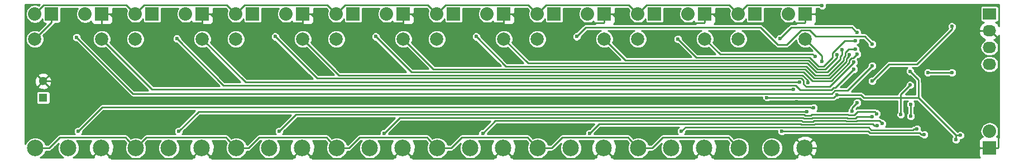
<source format=gbl>
G04 #@! TF.FileFunction,Copper,L2,Bot,Signal*
%FSLAX46Y46*%
G04 Gerber Fmt 4.6, Leading zero omitted, Abs format (unit mm)*
G04 Created by KiCad (PCBNEW 4.0.4-1.fc25-product) date Sun Oct 23 22:01:47 2016*
%MOMM*%
%LPD*%
G01*
G04 APERTURE LIST*
%ADD10C,0.100000*%
%ADD11C,2.499360*%
%ADD12R,1.300000X1.300000*%
%ADD13C,1.300000*%
%ADD14R,2.032000X2.032000*%
%ADD15O,2.032000X2.032000*%
%ADD16R,2.032000X1.727200*%
%ADD17O,2.032000X1.727200*%
%ADD18C,1.998980*%
%ADD19C,0.600000*%
%ADD20C,0.250000*%
%ADD21C,0.254000*%
G04 APERTURE END LIST*
D10*
D11*
X25400000Y-86360000D03*
X20398740Y-86360000D03*
X30401260Y-86360000D03*
D12*
X21590000Y-78740000D03*
D13*
X21590000Y-76240000D03*
D14*
X165100000Y-86360000D03*
D15*
X165100000Y-83820000D03*
D16*
X165100000Y-66040000D03*
D17*
X165100000Y-68580000D03*
X165100000Y-71120000D03*
X165100000Y-73660000D03*
D14*
X30480000Y-66040000D03*
D15*
X27940000Y-66040000D03*
D14*
X45720000Y-66040000D03*
D15*
X43180000Y-66040000D03*
D14*
X60960000Y-66040000D03*
D15*
X58420000Y-66040000D03*
D14*
X76200000Y-66040000D03*
D15*
X73660000Y-66040000D03*
D14*
X22860000Y-66040000D03*
D15*
X20320000Y-66040000D03*
D11*
X86360000Y-86360000D03*
X81358740Y-86360000D03*
X91361260Y-86360000D03*
D14*
X91440000Y-66040000D03*
D15*
X88900000Y-66040000D03*
D14*
X38100000Y-66040000D03*
D15*
X35560000Y-66040000D03*
D11*
X40640000Y-86360000D03*
X35638740Y-86360000D03*
X45641260Y-86360000D03*
X101600000Y-86360000D03*
X96598740Y-86360000D03*
X106601260Y-86360000D03*
D14*
X106680000Y-66040000D03*
D15*
X104140000Y-66040000D03*
D14*
X53340000Y-66040000D03*
D15*
X50800000Y-66040000D03*
D11*
X55880000Y-86360000D03*
X50878740Y-86360000D03*
X60881260Y-86360000D03*
X116840000Y-86360000D03*
X111838740Y-86360000D03*
X121841260Y-86360000D03*
D14*
X121920000Y-66040000D03*
D15*
X119380000Y-66040000D03*
D14*
X68580000Y-66040000D03*
D15*
X66040000Y-66040000D03*
D14*
X137160000Y-66040000D03*
D15*
X134620000Y-66040000D03*
D14*
X83820000Y-66040000D03*
D15*
X81280000Y-66040000D03*
D11*
X71120000Y-86360000D03*
X66118740Y-86360000D03*
X76121260Y-86360000D03*
X132080000Y-86360000D03*
X127078740Y-86360000D03*
X137081260Y-86360000D03*
D14*
X99060000Y-66040000D03*
D15*
X96520000Y-66040000D03*
D14*
X114300000Y-66040000D03*
D15*
X111760000Y-66040000D03*
D14*
X129540000Y-66040000D03*
D15*
X127000000Y-66040000D03*
D18*
X20320000Y-69850000D03*
X30480000Y-69850000D03*
X35560000Y-69850000D03*
X45720000Y-69850000D03*
X50800000Y-69850000D03*
X60960000Y-69850000D03*
X66040000Y-69850000D03*
X76200000Y-69850000D03*
X81280000Y-69850000D03*
X91440000Y-69850000D03*
X96520000Y-69850000D03*
X106680000Y-69850000D03*
X111760000Y-69850000D03*
X121920000Y-69850000D03*
X127000000Y-69850000D03*
X137160000Y-69850000D03*
D19*
X153044990Y-74736949D03*
X160020000Y-85090000D03*
X139700000Y-64770000D03*
X160655000Y-84455000D03*
X153035000Y-76835000D03*
X151650000Y-81296000D03*
X141919949Y-78298051D03*
X131330000Y-78740000D03*
X134366000Y-71374000D03*
X124714000Y-71374000D03*
X121158000Y-71882000D03*
X118618000Y-72390000D03*
X110490000Y-72390000D03*
X103632000Y-72644000D03*
X95758000Y-72644000D03*
X92202000Y-73152000D03*
X88138000Y-73660000D03*
X81280000Y-73660000D03*
X78740000Y-74168000D03*
X76200000Y-74676000D03*
X71374000Y-74676000D03*
X66802000Y-74676000D03*
X64516000Y-75184000D03*
X61976000Y-75692000D03*
X56134000Y-75692000D03*
X52578000Y-75692000D03*
X50292000Y-76200000D03*
X47498000Y-76708000D03*
X38608000Y-76708000D03*
X36322000Y-77470000D03*
X33528000Y-77724000D03*
X25146000Y-82804000D03*
X37084000Y-83820000D03*
X38100000Y-86868000D03*
X52070000Y-83566000D03*
X53340000Y-84836000D03*
X53594000Y-87122000D03*
X67056000Y-83820000D03*
X68326000Y-85090000D03*
X68834000Y-86868000D03*
X82550000Y-83820000D03*
X97790000Y-83820000D03*
X99060000Y-85090000D03*
X83820000Y-85090000D03*
X84455000Y-86995000D03*
X99060000Y-86995000D03*
X114300000Y-86995000D03*
X114935000Y-84455000D03*
X113030000Y-83820000D03*
X144145000Y-86360000D03*
X129540000Y-85725000D03*
X127000000Y-84455000D03*
X154940000Y-76200000D03*
X153670000Y-73025000D03*
X153670000Y-70485000D03*
X159385000Y-66675000D03*
X153035000Y-66040000D03*
X150495000Y-66040000D03*
X31115000Y-83820000D03*
X23495000Y-86360000D03*
X22860000Y-85090000D03*
X22225000Y-83185000D03*
X19685000Y-84455000D03*
X26670000Y-73660000D03*
X141597646Y-80633954D03*
X150876000Y-85852000D03*
X143764000Y-78994000D03*
X135890000Y-79365010D03*
X59855546Y-79111010D03*
X44704000Y-79111010D03*
X75087708Y-79111010D03*
X105664000Y-79111010D03*
X90742560Y-79111010D03*
X120733735Y-79111010D03*
X29464000Y-78232000D03*
X138430000Y-80264000D03*
X26924000Y-83820000D03*
X148844000Y-82670990D03*
X88239806Y-84160309D03*
X137414000Y-80829990D03*
X42164000Y-83820000D03*
X148082000Y-82998979D03*
X104458359Y-84160309D03*
X147978274Y-81158366D03*
X57404000Y-83820000D03*
X154078482Y-83448990D03*
X118364000Y-83820000D03*
X147320000Y-81613001D03*
X73280597Y-84160309D03*
X155194000Y-84328000D03*
X133604000Y-83820000D03*
X159385000Y-67945000D03*
X147320000Y-76200000D03*
X155740013Y-74930000D03*
X159385000Y-74930000D03*
X145034000Y-79502000D03*
X144272000Y-80772000D03*
X153162000Y-79756000D03*
X153162000Y-81534000D03*
X135382000Y-77470000D03*
X136248648Y-76394979D03*
X137529751Y-76445031D03*
X143840249Y-72189157D03*
X142762641Y-71458126D03*
X141929372Y-72235214D03*
X138624659Y-72507212D03*
X139711803Y-73272299D03*
X144526000Y-74422000D03*
X41854990Y-69795551D03*
X145034000Y-72136000D03*
X72010551Y-69470551D03*
X147320000Y-70612000D03*
X102490551Y-69470551D03*
X145009988Y-68845541D03*
X133294990Y-69795551D03*
X147320000Y-73914000D03*
X26670000Y-69596000D03*
X144479537Y-73339062D03*
X56770551Y-69470551D03*
X144780000Y-71374000D03*
X87250551Y-69470551D03*
X144780000Y-70104000D03*
X117856000Y-69850000D03*
D20*
X54315683Y-84785319D02*
X64544059Y-84785319D01*
X52741002Y-86360000D02*
X54315683Y-84785319D01*
X50878740Y-86360000D02*
X52741002Y-86360000D01*
X64869061Y-85110321D02*
X66118740Y-86360000D01*
X64544059Y-84785319D02*
X64869061Y-85110321D01*
X67981002Y-86360000D02*
X69555683Y-84785319D01*
X66118740Y-86360000D02*
X67981002Y-86360000D01*
X79784059Y-84785319D02*
X80109061Y-85110321D01*
X80109061Y-85110321D02*
X81358740Y-86360000D01*
X69555683Y-84785319D02*
X79784059Y-84785319D01*
X110589061Y-85110321D02*
X111838740Y-86360000D01*
X110264059Y-84785319D02*
X110589061Y-85110321D01*
X100289683Y-84785319D02*
X110264059Y-84785319D01*
X96598740Y-86360000D02*
X98715002Y-86360000D01*
X98715002Y-86360000D02*
X100289683Y-84785319D01*
X95349061Y-85110321D02*
X96598740Y-86360000D01*
X95024059Y-84785319D02*
X95349061Y-85110321D01*
X85049683Y-84785319D02*
X95024059Y-84785319D01*
X83475002Y-86360000D02*
X85049683Y-84785319D01*
X81358740Y-86360000D02*
X83475002Y-86360000D01*
X115529685Y-84785319D02*
X125504059Y-84785319D01*
X125504059Y-84785319D02*
X125829061Y-85110321D01*
X113955004Y-86360000D02*
X115529685Y-84785319D01*
X125829061Y-85110321D02*
X127078740Y-86360000D01*
X111838740Y-86360000D02*
X113955004Y-86360000D01*
X153344989Y-75036948D02*
X153044990Y-74736949D01*
X154305000Y-78740000D02*
X154305000Y-75996959D01*
X154305000Y-75996959D02*
X153344989Y-75036948D01*
X34389061Y-85110321D02*
X35638740Y-86360000D01*
X34064059Y-84785319D02*
X34389061Y-85110321D01*
X24089685Y-84785319D02*
X34064059Y-84785319D01*
X22515004Y-86360000D02*
X24089685Y-84785319D01*
X20398740Y-86360000D02*
X22515004Y-86360000D01*
X160020000Y-85090000D02*
X160020000Y-84455000D01*
X127000000Y-66040000D02*
X128341001Y-64698999D01*
X128341001Y-64698999D02*
X139628999Y-64698999D01*
X139628999Y-64698999D02*
X139700000Y-64770000D01*
X146050000Y-78740000D02*
X145608051Y-78298051D01*
X145608051Y-78298051D02*
X141919949Y-78298051D01*
X151650000Y-78740000D02*
X146050000Y-78740000D01*
X151650000Y-81296000D02*
X151650000Y-78740000D01*
X151650000Y-78740000D02*
X151650000Y-78220000D01*
X160020000Y-84455000D02*
X154305000Y-78740000D01*
X154305000Y-78740000D02*
X151650000Y-78740000D01*
X160655000Y-84455000D02*
X160020000Y-84455000D01*
X151650000Y-78220000D02*
X153035000Y-76835000D01*
X141619950Y-78598050D02*
X141919949Y-78298051D01*
X131330000Y-78740000D02*
X141478000Y-78740000D01*
X141478000Y-78740000D02*
X141619950Y-78598050D01*
X35638740Y-86360000D02*
X37213421Y-84785319D01*
X37213421Y-84785319D02*
X49304059Y-84785319D01*
X49304059Y-84785319D02*
X49629061Y-85110321D01*
X49629061Y-85110321D02*
X50878740Y-86360000D01*
X111760000Y-66040000D02*
X113101001Y-64698999D01*
X113101001Y-64698999D02*
X125658999Y-64698999D01*
X125658999Y-64698999D02*
X125984001Y-65024001D01*
X125984001Y-65024001D02*
X127000000Y-66040000D01*
X96520000Y-66040000D02*
X97861001Y-64698999D01*
X97861001Y-64698999D02*
X110418999Y-64698999D01*
X110418999Y-64698999D02*
X110744001Y-65024001D01*
X110744001Y-65024001D02*
X111760000Y-66040000D01*
X81280000Y-66040000D02*
X82621001Y-64698999D01*
X82621001Y-64698999D02*
X95178999Y-64698999D01*
X95178999Y-64698999D02*
X95504001Y-65024001D01*
X95504001Y-65024001D02*
X96520000Y-66040000D01*
X66040000Y-66040000D02*
X67381001Y-64698999D01*
X67381001Y-64698999D02*
X79938999Y-64698999D01*
X80264001Y-65024001D02*
X81280000Y-66040000D01*
X79938999Y-64698999D02*
X80264001Y-65024001D01*
X50800000Y-66040000D02*
X52141001Y-64698999D01*
X52141001Y-64698999D02*
X64698999Y-64698999D01*
X64698999Y-64698999D02*
X65024001Y-65024001D01*
X65024001Y-65024001D02*
X66040000Y-66040000D01*
X50800000Y-66040000D02*
X49458999Y-64698999D01*
X49458999Y-64698999D02*
X36901001Y-64698999D01*
X36901001Y-64698999D02*
X36575999Y-65024001D01*
X36575999Y-65024001D02*
X35560000Y-66040000D01*
X20320000Y-66040000D02*
X21661001Y-64698999D01*
X21661001Y-64698999D02*
X34218999Y-64698999D01*
X34218999Y-64698999D02*
X34544001Y-65024001D01*
X34544001Y-65024001D02*
X35560000Y-66040000D01*
X124714000Y-71374000D02*
X134366000Y-71374000D01*
X110490000Y-72390000D02*
X118618000Y-72390000D01*
X95758000Y-72644000D02*
X103632000Y-72644000D01*
X81280000Y-73660000D02*
X88138000Y-73660000D01*
X66802000Y-74676000D02*
X71374000Y-74676000D01*
X52578000Y-75692000D02*
X56134000Y-75692000D01*
X25146000Y-82804000D02*
X24765000Y-83185000D01*
X24765000Y-83185000D02*
X22225000Y-83185000D01*
X31115000Y-83820000D02*
X37084000Y-83820000D01*
X38100000Y-87934681D02*
X44066579Y-87934681D01*
X31975941Y-87934681D02*
X38100000Y-87934681D01*
X38100000Y-87934681D02*
X38100000Y-86868000D01*
X53340000Y-84836000D02*
X52070000Y-83566000D01*
X53594000Y-87934681D02*
X59306579Y-87934681D01*
X47215941Y-87934681D02*
X53594000Y-87934681D01*
X53594000Y-87934681D02*
X53594000Y-87122000D01*
X68326000Y-85090000D02*
X67056000Y-83820000D01*
X68834000Y-87934681D02*
X74546579Y-87934681D01*
X62455941Y-87934681D02*
X68834000Y-87934681D01*
X68834000Y-87934681D02*
X68834000Y-86868000D01*
X60881260Y-86360000D02*
X62455941Y-87934681D01*
X74546579Y-87934681D02*
X74871581Y-87609679D01*
X74871581Y-87609679D02*
X76121260Y-86360000D01*
X83820000Y-85090000D02*
X82550000Y-83820000D01*
X99060000Y-85090000D02*
X97790000Y-83820000D01*
X84455000Y-87934681D02*
X89786579Y-87934681D01*
X77695941Y-87934681D02*
X84455000Y-87934681D01*
X84455000Y-87934681D02*
X84455000Y-86995000D01*
X99060000Y-87934681D02*
X105026579Y-87934681D01*
X99060000Y-87934681D02*
X99060000Y-86995000D01*
X92935941Y-87934681D02*
X99060000Y-87934681D01*
X113030000Y-83820000D02*
X114300000Y-83820000D01*
X114300000Y-83820000D02*
X114935000Y-84455000D01*
X143510000Y-86360000D02*
X137081260Y-86360000D01*
X150368000Y-86360000D02*
X144145000Y-86360000D01*
X143510000Y-86360000D02*
X144145000Y-86360000D01*
X127000000Y-84455000D02*
X128270000Y-84455000D01*
X128270000Y-84455000D02*
X129540000Y-85725000D01*
X153670000Y-70485000D02*
X153670000Y-73025000D01*
X159385000Y-66675000D02*
X161290000Y-68580000D01*
X161290000Y-68580000D02*
X165100000Y-68580000D01*
X150495000Y-66040000D02*
X153035000Y-66040000D01*
X22225000Y-83185000D02*
X22225000Y-84455000D01*
X22225000Y-84455000D02*
X22860000Y-85090000D01*
X165100000Y-68580000D02*
X165252400Y-68580000D01*
X166441010Y-69768610D02*
X166441010Y-86284990D01*
X165252400Y-68580000D02*
X166441010Y-69768610D01*
X166441010Y-86284990D02*
X166366000Y-86360000D01*
X166366000Y-86360000D02*
X165100000Y-86360000D01*
X165100000Y-86360000D02*
X151384000Y-86360000D01*
X151384000Y-86360000D02*
X150368000Y-86360000D01*
X21590000Y-76240000D02*
X24090000Y-76240000D01*
X24090000Y-76240000D02*
X26670000Y-73660000D01*
X143764000Y-78994000D02*
X142124046Y-80633954D01*
X142124046Y-80633954D02*
X142021910Y-80633954D01*
X142021910Y-80633954D02*
X141597646Y-80633954D01*
X150876000Y-85852000D02*
X150368000Y-86360000D01*
X135890000Y-79365010D02*
X143392990Y-79365010D01*
X143392990Y-79365010D02*
X143764000Y-78994000D01*
X131030006Y-79365010D02*
X135465736Y-79365010D01*
X135465736Y-79365010D02*
X135890000Y-79365010D01*
X120733735Y-79111010D02*
X130776006Y-79111010D01*
X130776006Y-79111010D02*
X131030006Y-79365010D01*
X30343010Y-79111010D02*
X44279736Y-79111010D01*
X59855546Y-79111010D02*
X60279810Y-79111010D01*
X60279810Y-79111010D02*
X75087708Y-79111010D01*
X29464000Y-78232000D02*
X30343010Y-79111010D01*
X105664000Y-79111010D02*
X106088264Y-79111010D01*
X44279736Y-79111010D02*
X44704000Y-79111010D01*
X44704000Y-79111010D02*
X45128264Y-79111010D01*
X106088264Y-79111010D02*
X120733735Y-79111010D01*
X90742560Y-79111010D02*
X91166824Y-79111010D01*
X91166824Y-79111010D02*
X105664000Y-79111010D01*
X75087708Y-79111010D02*
X75511972Y-79111010D01*
X75511972Y-79111010D02*
X90742560Y-79111010D01*
X45128264Y-79111010D02*
X59855546Y-79111010D01*
X137084999Y-67381001D02*
X137160000Y-67306000D01*
X137160000Y-67306000D02*
X137160000Y-66040000D01*
X121841260Y-86360000D02*
X123415941Y-87934681D01*
X123415941Y-87934681D02*
X135506579Y-87934681D01*
X135506579Y-87934681D02*
X135831581Y-87609679D01*
X135831581Y-87609679D02*
X137081260Y-86360000D01*
X106601260Y-86360000D02*
X108175941Y-87934681D01*
X108175941Y-87934681D02*
X120266579Y-87934681D01*
X120266579Y-87934681D02*
X120591581Y-87609679D01*
X120591581Y-87609679D02*
X121841260Y-86360000D01*
X91361260Y-86360000D02*
X92935941Y-87934681D01*
X105026579Y-87934681D02*
X105351581Y-87609679D01*
X105351581Y-87609679D02*
X106601260Y-86360000D01*
X76121260Y-86360000D02*
X77695941Y-87934681D01*
X89786579Y-87934681D02*
X90111581Y-87609679D01*
X90111581Y-87609679D02*
X91361260Y-86360000D01*
X45641260Y-86360000D02*
X47215941Y-87934681D01*
X59306579Y-87934681D02*
X59631581Y-87609679D01*
X59631581Y-87609679D02*
X60881260Y-86360000D01*
X30401260Y-86360000D02*
X31975941Y-87934681D01*
X44391581Y-87609679D02*
X45641260Y-86360000D01*
X44066579Y-87934681D02*
X44391581Y-87609679D01*
X121920000Y-66040000D02*
X123186000Y-66040000D01*
X123186000Y-66040000D02*
X124527001Y-67381001D01*
X124527001Y-67381001D02*
X137084999Y-67381001D01*
X106680000Y-66040000D02*
X107946000Y-66040000D01*
X107946000Y-66040000D02*
X109287001Y-67381001D01*
X109287001Y-67381001D02*
X121844999Y-67381001D01*
X121844999Y-67381001D02*
X121920000Y-67306000D01*
X121920000Y-67306000D02*
X121920000Y-66040000D01*
X91440000Y-66040000D02*
X92706000Y-66040000D01*
X92706000Y-66040000D02*
X94047001Y-67381001D01*
X106680000Y-67306000D02*
X106680000Y-66040000D01*
X94047001Y-67381001D02*
X106604999Y-67381001D01*
X106604999Y-67381001D02*
X106680000Y-67306000D01*
X76200000Y-66040000D02*
X77466000Y-66040000D01*
X77466000Y-66040000D02*
X78807001Y-67381001D01*
X78807001Y-67381001D02*
X91364999Y-67381001D01*
X91364999Y-67381001D02*
X91440000Y-67306000D01*
X91440000Y-67306000D02*
X91440000Y-66040000D01*
X60960000Y-66040000D02*
X62226000Y-66040000D01*
X76124999Y-67381001D02*
X76200000Y-67306000D01*
X62226000Y-66040000D02*
X63567001Y-67381001D01*
X63567001Y-67381001D02*
X76124999Y-67381001D01*
X76200000Y-67306000D02*
X76200000Y-66040000D01*
X45720000Y-66040000D02*
X46986000Y-66040000D01*
X46986000Y-66040000D02*
X48327001Y-67381001D01*
X48327001Y-67381001D02*
X60884999Y-67381001D01*
X60884999Y-67381001D02*
X60960000Y-67306000D01*
X60960000Y-67306000D02*
X60960000Y-66040000D01*
X30480000Y-66040000D02*
X31746000Y-66040000D01*
X31746000Y-66040000D02*
X33087001Y-67381001D01*
X33087001Y-67381001D02*
X45644999Y-67381001D01*
X45720000Y-67306000D02*
X45720000Y-66040000D01*
X45644999Y-67381001D02*
X45720000Y-67306000D01*
X26924000Y-83820000D02*
X30539011Y-80204989D01*
X30539011Y-80204989D02*
X137946725Y-80204989D01*
X137946725Y-80204989D02*
X138005736Y-80264000D01*
X138005736Y-80264000D02*
X138430000Y-80264000D01*
X138340801Y-82355013D02*
X138456780Y-82239034D01*
X136741199Y-82355013D02*
X138340801Y-82355013D01*
X136624197Y-82238011D02*
X136741199Y-82355013D01*
X145002790Y-82239034D02*
X148412044Y-82239034D01*
X148412044Y-82239034D02*
X148544001Y-82370991D01*
X144944801Y-82297023D02*
X145002790Y-82239034D01*
X90162104Y-82238011D02*
X136624197Y-82238011D01*
X88239806Y-84160309D02*
X90162104Y-82238011D01*
X148544001Y-82370991D02*
X148844000Y-82670990D01*
X143345199Y-82297023D02*
X144944801Y-82297023D01*
X143287210Y-82239034D02*
X143345199Y-82297023D01*
X138456780Y-82239034D02*
X143287210Y-82239034D01*
X45154010Y-80829990D02*
X137414000Y-80829990D01*
X42164000Y-83820000D02*
X45154010Y-80829990D01*
X143110745Y-82698980D02*
X143158799Y-82747034D01*
X105873679Y-82744989D02*
X136494764Y-82744989D01*
X136554799Y-82805024D02*
X138527201Y-82805024D01*
X104458359Y-84160309D02*
X105873679Y-82744989D01*
X143158799Y-82747034D02*
X147405791Y-82747034D01*
X147405791Y-82747034D02*
X147657736Y-82998979D01*
X147657736Y-82998979D02*
X148082000Y-82998979D01*
X138527201Y-82805024D02*
X138633245Y-82698980D01*
X138633245Y-82698980D02*
X143110745Y-82698980D01*
X136494764Y-82744989D02*
X136554799Y-82805024D01*
X143600998Y-81280000D02*
X143717999Y-81397001D01*
X144572001Y-81397001D02*
X145110635Y-80858367D01*
X143717999Y-81397001D02*
X144572001Y-81397001D01*
X59944000Y-81280000D02*
X136939006Y-81280000D01*
X136939006Y-81280000D02*
X137113998Y-81454992D01*
X57404000Y-83820000D02*
X59944000Y-81280000D01*
X147678275Y-80858367D02*
X147978274Y-81158366D01*
X138142992Y-81280000D02*
X143600998Y-81280000D01*
X145110635Y-80858367D02*
X147678275Y-80858367D01*
X137113998Y-81454992D02*
X137968001Y-81454991D01*
X137968001Y-81454991D02*
X138142992Y-81280000D01*
X139351495Y-83255035D02*
X146755035Y-83255035D01*
X147123989Y-83623989D02*
X153479219Y-83623989D01*
X153479219Y-83623989D02*
X153654218Y-83448990D01*
X153654218Y-83448990D02*
X154078482Y-83448990D01*
X146755035Y-83255035D02*
X147123989Y-83623989D01*
X118364000Y-83820000D02*
X118989000Y-83195000D01*
X139351495Y-83255035D02*
X139411530Y-83195000D01*
X136368401Y-83255035D02*
X139351495Y-83255035D01*
X136308366Y-83195000D02*
X136368401Y-83255035D01*
X118989000Y-83195000D02*
X136308366Y-83195000D01*
X146895736Y-81613001D02*
X147320000Y-81613001D01*
X138154401Y-81905002D02*
X138270380Y-81789023D01*
X144758401Y-81847012D02*
X144992412Y-81613001D01*
X136810596Y-81788000D02*
X136927599Y-81905002D01*
X73280597Y-84160309D02*
X75652906Y-81788000D01*
X144992412Y-81613001D02*
X146895736Y-81613001D01*
X143473610Y-81789023D02*
X143531599Y-81847012D01*
X143531599Y-81847012D02*
X144758401Y-81847012D01*
X138270380Y-81789023D02*
X143473610Y-81789023D01*
X75652906Y-81788000D02*
X136810596Y-81788000D01*
X136927599Y-81905002D02*
X138154401Y-81905002D01*
X146937589Y-84073999D02*
X146683590Y-83820000D01*
X146683590Y-83820000D02*
X133604000Y-83820000D01*
X155194000Y-84328000D02*
X154769736Y-84328000D01*
X154769736Y-84328000D02*
X154515735Y-84073999D01*
X154515735Y-84073999D02*
X146937589Y-84073999D01*
X159385000Y-68369264D02*
X159385000Y-67945000D01*
X154104262Y-73650002D02*
X159385000Y-68369264D01*
X149869998Y-73650002D02*
X154104262Y-73650002D01*
X147320000Y-76200000D02*
X149869998Y-73650002D01*
X159385000Y-74930000D02*
X155740013Y-74930000D01*
X144272000Y-80772000D02*
X144272000Y-80264000D01*
X144272000Y-80264000D02*
X145034000Y-79502000D01*
X153162000Y-81534000D02*
X153162000Y-79756000D01*
X134874000Y-77470000D02*
X135382000Y-77470000D01*
X91186000Y-77470000D02*
X134874000Y-77470000D01*
X52832000Y-77470000D02*
X91186000Y-77470000D01*
X38100000Y-77470000D02*
X52832000Y-77470000D01*
X30480000Y-69850000D02*
X38100000Y-77470000D01*
X135824384Y-76394979D02*
X136248648Y-76394979D01*
X52264979Y-76394979D02*
X135824384Y-76394979D01*
X45720000Y-69850000D02*
X52264979Y-76394979D01*
X137529751Y-76114667D02*
X137529751Y-76445031D01*
X136735050Y-75319966D02*
X137529751Y-76114667D01*
X66429966Y-75319966D02*
X136735050Y-75319966D01*
X60960000Y-69850000D02*
X66429966Y-75319966D01*
X80769944Y-74419944D02*
X137107850Y-74419944D01*
X138457883Y-75769977D02*
X140889203Y-75769977D01*
X137107850Y-74419944D02*
X138457883Y-75769977D01*
X76200000Y-69850000D02*
X80769944Y-74419944D01*
X143840249Y-72416935D02*
X143840249Y-72189157D01*
X143404524Y-72852660D02*
X143840249Y-72416935D01*
X143404524Y-73254656D02*
X143404524Y-72852660D01*
X140889203Y-75769977D02*
X143404524Y-73254656D01*
X142762641Y-71882390D02*
X142762641Y-71458126D01*
X140516405Y-74869955D02*
X142504502Y-72881858D01*
X138830682Y-74869955D02*
X140516405Y-74869955D01*
X142762641Y-72221721D02*
X142762641Y-71882390D01*
X91440000Y-69850000D02*
X95109922Y-73519922D01*
X137480650Y-73519922D02*
X138830682Y-74869955D01*
X95109922Y-73519922D02*
X137480650Y-73519922D01*
X142504502Y-72881858D02*
X142504502Y-72479860D01*
X142504502Y-72479860D02*
X142762641Y-72221721D01*
X106680000Y-69850000D02*
X109899911Y-73069911D01*
X141929372Y-72659478D02*
X141929372Y-72235214D01*
X140168906Y-74419944D02*
X141929372Y-72659478D01*
X109899911Y-73069911D02*
X137667050Y-73069911D01*
X139017081Y-74419944D02*
X140168906Y-74419944D01*
X137667050Y-73069911D02*
X139017081Y-74419944D01*
X124239889Y-72169889D02*
X138287336Y-72169889D01*
X138324660Y-72207213D02*
X138624659Y-72507212D01*
X138287336Y-72169889D02*
X138324660Y-72207213D01*
X121920000Y-69850000D02*
X124239889Y-72169889D01*
X139711803Y-72848035D02*
X139711803Y-73272299D01*
X137160000Y-69850000D02*
X139711803Y-72401803D01*
X139711803Y-72401803D02*
X139711803Y-72848035D01*
X136364990Y-77527988D02*
X141128599Y-77527988D01*
X141128599Y-77527988D02*
X141433548Y-77223039D01*
X141724961Y-77223039D02*
X144226001Y-74721999D01*
X135682001Y-76844999D02*
X136364990Y-77527988D01*
X48904438Y-76844999D02*
X135682001Y-76844999D01*
X141433548Y-77223039D02*
X141724961Y-77223039D01*
X41854990Y-69795551D02*
X48904438Y-76844999D01*
X144226001Y-74721999D02*
X144526000Y-74422000D01*
X77409955Y-74869955D02*
X136921450Y-74869955D01*
X72010551Y-69470551D02*
X77409955Y-74869955D01*
X144455940Y-72714060D02*
X144734001Y-72435999D01*
X144734001Y-72435999D02*
X145034000Y-72136000D01*
X143854535Y-73039060D02*
X144179535Y-72714060D01*
X144179535Y-72714060D02*
X144455940Y-72714060D01*
X136921450Y-74869955D02*
X138271483Y-76219988D01*
X138271483Y-76219988D02*
X141075602Y-76219988D01*
X143854535Y-73441055D02*
X143854535Y-73039060D01*
X141075602Y-76219988D02*
X143854535Y-73441055D01*
X146178551Y-69470551D02*
X147320000Y-70612000D01*
X103885604Y-68075498D02*
X130349925Y-68075498D01*
X134329190Y-70720562D02*
X136524243Y-68525509D01*
X102490551Y-69470551D02*
X103885604Y-68075498D01*
X130349925Y-68075498D02*
X132994989Y-70720562D01*
X137795757Y-68525509D02*
X138740799Y-69470551D01*
X132994989Y-70720562D02*
X134329190Y-70720562D01*
X136524243Y-68525509D02*
X137795757Y-68525509D01*
X138740799Y-69470551D02*
X146178551Y-69470551D01*
X144709989Y-68545542D02*
X145009988Y-68845541D01*
X133294990Y-69795551D02*
X135015043Y-68075498D01*
X144239945Y-68075498D02*
X144709989Y-68545542D01*
X135015043Y-68075498D02*
X144239945Y-68075498D01*
X147020001Y-74213999D02*
X147320000Y-73914000D01*
X26670000Y-69596000D02*
X35188998Y-78114998D01*
X35188998Y-78114998D02*
X141178000Y-78114998D01*
X141178000Y-78114998D02*
X141619948Y-77673050D01*
X143560950Y-77673050D02*
X147020001Y-74213999D01*
X141619948Y-77673050D02*
X143560950Y-77673050D01*
X144479537Y-73452463D02*
X144479537Y-73339062D01*
X136873650Y-76672828D02*
X137278800Y-77077978D01*
X64855025Y-75769977D02*
X136548650Y-75769977D01*
X136548650Y-75769977D02*
X136873650Y-76094977D01*
X64816001Y-75809001D02*
X64855025Y-75769977D01*
X137278800Y-77077978D02*
X140854022Y-77077978D01*
X63109001Y-75809001D02*
X64816001Y-75809001D01*
X136873650Y-76094977D02*
X136873650Y-76672828D01*
X56770551Y-69470551D02*
X63109001Y-75809001D01*
X140854022Y-77077978D02*
X144479537Y-73452463D01*
X143215247Y-71889155D02*
X143730402Y-71374000D01*
X142954513Y-72666260D02*
X143215247Y-72405526D01*
X91749933Y-73969933D02*
X137294250Y-73969933D01*
X143215247Y-72405526D02*
X143215247Y-71889155D01*
X140702804Y-75319966D02*
X142954513Y-73068257D01*
X142954513Y-73068257D02*
X142954513Y-72666260D01*
X138644283Y-75319966D02*
X140702804Y-75319966D01*
X137294250Y-73969933D02*
X138644283Y-75319966D01*
X144355736Y-71374000D02*
X144780000Y-71374000D01*
X87250551Y-69470551D02*
X91749933Y-73969933D01*
X143730402Y-71374000D02*
X144355736Y-71374000D01*
X139203481Y-73969933D02*
X139969486Y-73969933D01*
X141304371Y-72635048D02*
X141304371Y-71935213D01*
X120625900Y-72619900D02*
X137853450Y-72619900D01*
X117856000Y-69850000D02*
X120625900Y-72619900D01*
X139969486Y-73969933D02*
X141304371Y-72635048D01*
X137853450Y-72619900D02*
X139203481Y-73969933D01*
X143135584Y-70104000D02*
X144355736Y-70104000D01*
X144355736Y-70104000D02*
X144780000Y-70104000D01*
X141304371Y-71935213D02*
X143135584Y-70104000D01*
X20320000Y-69850000D02*
X22860000Y-67310000D01*
X22860000Y-67310000D02*
X22860000Y-66040000D01*
D21*
G36*
X74252634Y-85911897D02*
X74223393Y-86661098D01*
X74483085Y-87364461D01*
X74566356Y-87489085D01*
X74874381Y-87606172D01*
X76120553Y-86360000D01*
X76106411Y-86345858D01*
X76107118Y-86345151D01*
X76121260Y-86359293D01*
X76135403Y-86345151D01*
X76136110Y-86345858D01*
X76121967Y-86360000D01*
X77368139Y-87606172D01*
X77676164Y-87489085D01*
X77989886Y-86808103D01*
X78019127Y-86058902D01*
X77759435Y-85355539D01*
X77716525Y-85291319D01*
X79574467Y-85291319D01*
X79901165Y-85618017D01*
X79728344Y-86034215D01*
X79727777Y-86682939D01*
X79975511Y-87282499D01*
X80433828Y-87741617D01*
X80596104Y-87809000D01*
X77290601Y-87809000D01*
X77367432Y-87606879D01*
X76121260Y-86360707D01*
X74875088Y-87606879D01*
X74951919Y-87809000D01*
X71883322Y-87809000D01*
X72042499Y-87743229D01*
X72501617Y-87284912D01*
X72750396Y-86685785D01*
X72750963Y-86037061D01*
X72503229Y-85437501D01*
X72357302Y-85291319D01*
X74538528Y-85291319D01*
X74252634Y-85911897D01*
X74252634Y-85911897D01*
G37*
X74252634Y-85911897D02*
X74223393Y-86661098D01*
X74483085Y-87364461D01*
X74566356Y-87489085D01*
X74874381Y-87606172D01*
X76120553Y-86360000D01*
X76106411Y-86345858D01*
X76107118Y-86345151D01*
X76121260Y-86359293D01*
X76135403Y-86345151D01*
X76136110Y-86345858D01*
X76121967Y-86360000D01*
X77368139Y-87606172D01*
X77676164Y-87489085D01*
X77989886Y-86808103D01*
X78019127Y-86058902D01*
X77759435Y-85355539D01*
X77716525Y-85291319D01*
X79574467Y-85291319D01*
X79901165Y-85618017D01*
X79728344Y-86034215D01*
X79727777Y-86682939D01*
X79975511Y-87282499D01*
X80433828Y-87741617D01*
X80596104Y-87809000D01*
X77290601Y-87809000D01*
X77367432Y-87606879D01*
X76121260Y-86360707D01*
X74875088Y-87606879D01*
X74951919Y-87809000D01*
X71883322Y-87809000D01*
X72042499Y-87743229D01*
X72501617Y-87284912D01*
X72750396Y-86685785D01*
X72750963Y-86037061D01*
X72503229Y-85437501D01*
X72357302Y-85291319D01*
X74538528Y-85291319D01*
X74252634Y-85911897D01*
G36*
X20895269Y-64749139D02*
X20854609Y-64721971D01*
X20320000Y-64615631D01*
X19785391Y-64721971D01*
X19332172Y-65024803D01*
X19029340Y-65478022D01*
X18923000Y-66012631D01*
X18923000Y-66067369D01*
X19029340Y-66601978D01*
X19332172Y-67055197D01*
X19785391Y-67358029D01*
X20320000Y-67464369D01*
X20854609Y-67358029D01*
X21307828Y-67055197D01*
X21455536Y-66834137D01*
X21455536Y-67056000D01*
X21482103Y-67197190D01*
X21565546Y-67326865D01*
X21692866Y-67413859D01*
X21844000Y-67444464D01*
X22009944Y-67444464D01*
X20870565Y-68583843D01*
X20595801Y-68469751D01*
X20046608Y-68469271D01*
X19539037Y-68678995D01*
X19150360Y-69066994D01*
X18939751Y-69574199D01*
X18939271Y-70123392D01*
X19148995Y-70630963D01*
X19536994Y-71019640D01*
X20044199Y-71230249D01*
X20593392Y-71230729D01*
X21100963Y-71021005D01*
X21489640Y-70633006D01*
X21700249Y-70125801D01*
X21700729Y-69576608D01*
X21586190Y-69299402D01*
X23217796Y-67667796D01*
X23327483Y-67503638D01*
X23339253Y-67444464D01*
X23876000Y-67444464D01*
X24017190Y-67417897D01*
X24146865Y-67334454D01*
X24233859Y-67207134D01*
X24264464Y-67056000D01*
X24264464Y-65204999D01*
X26831769Y-65204999D01*
X26649340Y-65478022D01*
X26543000Y-66012631D01*
X26543000Y-66067369D01*
X26649340Y-66601978D01*
X26952172Y-67055197D01*
X27405391Y-67358029D01*
X27940000Y-67464369D01*
X28474609Y-67358029D01*
X28829000Y-67121232D01*
X28829000Y-67182309D01*
X28925673Y-67415698D01*
X29104301Y-67594327D01*
X29337690Y-67691000D01*
X30320750Y-67691000D01*
X30479500Y-67532250D01*
X30479500Y-66040500D01*
X30480500Y-66040500D01*
X30480500Y-67532250D01*
X30639250Y-67691000D01*
X31622310Y-67691000D01*
X31855699Y-67594327D01*
X32034327Y-67415698D01*
X32131000Y-67182309D01*
X32131000Y-66199250D01*
X31972250Y-66040500D01*
X30480500Y-66040500D01*
X30479500Y-66040500D01*
X30459500Y-66040500D01*
X30459500Y-66039500D01*
X30479500Y-66039500D01*
X30479500Y-66019500D01*
X30480500Y-66019500D01*
X30480500Y-66039500D01*
X31972250Y-66039500D01*
X32131000Y-65880750D01*
X32131000Y-65204999D01*
X34009407Y-65204999D01*
X34274583Y-65470175D01*
X34269340Y-65478022D01*
X34163000Y-66012631D01*
X34163000Y-66067369D01*
X34269340Y-66601978D01*
X34572172Y-67055197D01*
X35025391Y-67358029D01*
X35560000Y-67464369D01*
X36094609Y-67358029D01*
X36547828Y-67055197D01*
X36695536Y-66834137D01*
X36695536Y-67056000D01*
X36722103Y-67197190D01*
X36805546Y-67326865D01*
X36932866Y-67413859D01*
X37084000Y-67444464D01*
X39116000Y-67444464D01*
X39257190Y-67417897D01*
X39386865Y-67334454D01*
X39473859Y-67207134D01*
X39504464Y-67056000D01*
X39504464Y-65204999D01*
X42071769Y-65204999D01*
X41889340Y-65478022D01*
X41783000Y-66012631D01*
X41783000Y-66067369D01*
X41889340Y-66601978D01*
X42192172Y-67055197D01*
X42645391Y-67358029D01*
X43180000Y-67464369D01*
X43714609Y-67358029D01*
X44069000Y-67121232D01*
X44069000Y-67182309D01*
X44165673Y-67415698D01*
X44344301Y-67594327D01*
X44577690Y-67691000D01*
X45560750Y-67691000D01*
X45719500Y-67532250D01*
X45719500Y-66040500D01*
X45720500Y-66040500D01*
X45720500Y-67532250D01*
X45879250Y-67691000D01*
X46862310Y-67691000D01*
X47095699Y-67594327D01*
X47274327Y-67415698D01*
X47371000Y-67182309D01*
X47371000Y-66199250D01*
X47212250Y-66040500D01*
X45720500Y-66040500D01*
X45719500Y-66040500D01*
X45699500Y-66040500D01*
X45699500Y-66039500D01*
X45719500Y-66039500D01*
X45719500Y-66019500D01*
X45720500Y-66019500D01*
X45720500Y-66039500D01*
X47212250Y-66039500D01*
X47371000Y-65880750D01*
X47371000Y-65204999D01*
X49249407Y-65204999D01*
X49514583Y-65470175D01*
X49509340Y-65478022D01*
X49403000Y-66012631D01*
X49403000Y-66067369D01*
X49509340Y-66601978D01*
X49812172Y-67055197D01*
X50265391Y-67358029D01*
X50800000Y-67464369D01*
X51334609Y-67358029D01*
X51787828Y-67055197D01*
X51935536Y-66834137D01*
X51935536Y-67056000D01*
X51962103Y-67197190D01*
X52045546Y-67326865D01*
X52172866Y-67413859D01*
X52324000Y-67444464D01*
X54356000Y-67444464D01*
X54497190Y-67417897D01*
X54626865Y-67334454D01*
X54713859Y-67207134D01*
X54744464Y-67056000D01*
X54744464Y-65204999D01*
X57311769Y-65204999D01*
X57129340Y-65478022D01*
X57023000Y-66012631D01*
X57023000Y-66067369D01*
X57129340Y-66601978D01*
X57432172Y-67055197D01*
X57885391Y-67358029D01*
X58420000Y-67464369D01*
X58954609Y-67358029D01*
X59309000Y-67121232D01*
X59309000Y-67182309D01*
X59405673Y-67415698D01*
X59584301Y-67594327D01*
X59817690Y-67691000D01*
X60800750Y-67691000D01*
X60959500Y-67532250D01*
X60959500Y-66040500D01*
X60960500Y-66040500D01*
X60960500Y-67532250D01*
X61119250Y-67691000D01*
X62102310Y-67691000D01*
X62335699Y-67594327D01*
X62514327Y-67415698D01*
X62611000Y-67182309D01*
X62611000Y-66199250D01*
X62452250Y-66040500D01*
X60960500Y-66040500D01*
X60959500Y-66040500D01*
X60939500Y-66040500D01*
X60939500Y-66039500D01*
X60959500Y-66039500D01*
X60959500Y-66019500D01*
X60960500Y-66019500D01*
X60960500Y-66039500D01*
X62452250Y-66039500D01*
X62611000Y-65880750D01*
X62611000Y-65204999D01*
X64489407Y-65204999D01*
X64754583Y-65470175D01*
X64749340Y-65478022D01*
X64643000Y-66012631D01*
X64643000Y-66067369D01*
X64749340Y-66601978D01*
X65052172Y-67055197D01*
X65505391Y-67358029D01*
X66040000Y-67464369D01*
X66574609Y-67358029D01*
X67027828Y-67055197D01*
X67175536Y-66834137D01*
X67175536Y-67056000D01*
X67202103Y-67197190D01*
X67285546Y-67326865D01*
X67412866Y-67413859D01*
X67564000Y-67444464D01*
X69596000Y-67444464D01*
X69737190Y-67417897D01*
X69866865Y-67334454D01*
X69953859Y-67207134D01*
X69984464Y-67056000D01*
X69984464Y-65204999D01*
X72551769Y-65204999D01*
X72369340Y-65478022D01*
X72263000Y-66012631D01*
X72263000Y-66067369D01*
X72369340Y-66601978D01*
X72672172Y-67055197D01*
X73125391Y-67358029D01*
X73660000Y-67464369D01*
X74194609Y-67358029D01*
X74549000Y-67121232D01*
X74549000Y-67182309D01*
X74645673Y-67415698D01*
X74824301Y-67594327D01*
X75057690Y-67691000D01*
X76040750Y-67691000D01*
X76199500Y-67532250D01*
X76199500Y-66040500D01*
X76200500Y-66040500D01*
X76200500Y-67532250D01*
X76359250Y-67691000D01*
X77342310Y-67691000D01*
X77575699Y-67594327D01*
X77754327Y-67415698D01*
X77851000Y-67182309D01*
X77851000Y-66199250D01*
X77692250Y-66040500D01*
X76200500Y-66040500D01*
X76199500Y-66040500D01*
X76179500Y-66040500D01*
X76179500Y-66039500D01*
X76199500Y-66039500D01*
X76199500Y-66019500D01*
X76200500Y-66019500D01*
X76200500Y-66039500D01*
X77692250Y-66039500D01*
X77851000Y-65880750D01*
X77851000Y-65204999D01*
X79729407Y-65204999D01*
X79994583Y-65470175D01*
X79989340Y-65478022D01*
X79883000Y-66012631D01*
X79883000Y-66067369D01*
X79989340Y-66601978D01*
X80292172Y-67055197D01*
X80745391Y-67358029D01*
X81280000Y-67464369D01*
X81814609Y-67358029D01*
X82267828Y-67055197D01*
X82415536Y-66834137D01*
X82415536Y-67056000D01*
X82442103Y-67197190D01*
X82525546Y-67326865D01*
X82652866Y-67413859D01*
X82804000Y-67444464D01*
X84836000Y-67444464D01*
X84977190Y-67417897D01*
X85106865Y-67334454D01*
X85193859Y-67207134D01*
X85224464Y-67056000D01*
X85224464Y-65204999D01*
X87791769Y-65204999D01*
X87609340Y-65478022D01*
X87503000Y-66012631D01*
X87503000Y-66067369D01*
X87609340Y-66601978D01*
X87912172Y-67055197D01*
X88365391Y-67358029D01*
X88900000Y-67464369D01*
X89434609Y-67358029D01*
X89789000Y-67121232D01*
X89789000Y-67182309D01*
X89885673Y-67415698D01*
X90064301Y-67594327D01*
X90297690Y-67691000D01*
X91280750Y-67691000D01*
X91439500Y-67532250D01*
X91439500Y-66040500D01*
X91440500Y-66040500D01*
X91440500Y-67532250D01*
X91599250Y-67691000D01*
X92582310Y-67691000D01*
X92815699Y-67594327D01*
X92994327Y-67415698D01*
X93091000Y-67182309D01*
X93091000Y-66199250D01*
X92932250Y-66040500D01*
X91440500Y-66040500D01*
X91439500Y-66040500D01*
X91419500Y-66040500D01*
X91419500Y-66039500D01*
X91439500Y-66039500D01*
X91439500Y-66019500D01*
X91440500Y-66019500D01*
X91440500Y-66039500D01*
X92932250Y-66039500D01*
X93091000Y-65880750D01*
X93091000Y-65204999D01*
X94969407Y-65204999D01*
X95234583Y-65470175D01*
X95229340Y-65478022D01*
X95123000Y-66012631D01*
X95123000Y-66067369D01*
X95229340Y-66601978D01*
X95532172Y-67055197D01*
X95985391Y-67358029D01*
X96520000Y-67464369D01*
X97054609Y-67358029D01*
X97507828Y-67055197D01*
X97655536Y-66834137D01*
X97655536Y-67056000D01*
X97682103Y-67197190D01*
X97765546Y-67326865D01*
X97892866Y-67413859D01*
X98044000Y-67444464D01*
X100076000Y-67444464D01*
X100217190Y-67417897D01*
X100346865Y-67334454D01*
X100433859Y-67207134D01*
X100464464Y-67056000D01*
X100464464Y-65204999D01*
X103031769Y-65204999D01*
X102849340Y-65478022D01*
X102743000Y-66012631D01*
X102743000Y-66067369D01*
X102849340Y-66601978D01*
X103152172Y-67055197D01*
X103605391Y-67358029D01*
X104140000Y-67464369D01*
X104674609Y-67358029D01*
X105029000Y-67121232D01*
X105029000Y-67182309D01*
X105125673Y-67415698D01*
X105279472Y-67569498D01*
X103885604Y-67569498D01*
X103691966Y-67608015D01*
X103527808Y-67717702D01*
X102455990Y-68789520D01*
X102355686Y-68789433D01*
X102105299Y-68892890D01*
X101913564Y-69084292D01*
X101809669Y-69334497D01*
X101809433Y-69605416D01*
X101912890Y-69855803D01*
X102104292Y-70047538D01*
X102354497Y-70151433D01*
X102625416Y-70151669D01*
X102875803Y-70048212D01*
X103067538Y-69856810D01*
X103171433Y-69606605D01*
X103171521Y-69505173D01*
X104095196Y-68581498D01*
X106134998Y-68581498D01*
X105899037Y-68678995D01*
X105510360Y-69066994D01*
X105299751Y-69574199D01*
X105299271Y-70123392D01*
X105508995Y-70630963D01*
X105896994Y-71019640D01*
X106404199Y-71230249D01*
X106953392Y-71230729D01*
X107230598Y-71116190D01*
X109128330Y-73013922D01*
X95319514Y-73013922D01*
X92706157Y-70400565D01*
X92820249Y-70125801D01*
X92820251Y-70123392D01*
X95139271Y-70123392D01*
X95348995Y-70630963D01*
X95736994Y-71019640D01*
X96244199Y-71230249D01*
X96793392Y-71230729D01*
X97300963Y-71021005D01*
X97689640Y-70633006D01*
X97900249Y-70125801D01*
X97900729Y-69576608D01*
X97691005Y-69069037D01*
X97303006Y-68680360D01*
X96795801Y-68469751D01*
X96246608Y-68469271D01*
X95739037Y-68678995D01*
X95350360Y-69066994D01*
X95139751Y-69574199D01*
X95139271Y-70123392D01*
X92820251Y-70123392D01*
X92820729Y-69576608D01*
X92611005Y-69069037D01*
X92223006Y-68680360D01*
X91715801Y-68469751D01*
X91166608Y-68469271D01*
X90659037Y-68678995D01*
X90270360Y-69066994D01*
X90059751Y-69574199D01*
X90059271Y-70123392D01*
X90268995Y-70630963D01*
X90656994Y-71019640D01*
X91164199Y-71230249D01*
X91713392Y-71230729D01*
X91990598Y-71116190D01*
X94338341Y-73463933D01*
X91959525Y-73463933D01*
X87931582Y-69435990D01*
X87931669Y-69335686D01*
X87828212Y-69085299D01*
X87636810Y-68893564D01*
X87386605Y-68789669D01*
X87115686Y-68789433D01*
X86865299Y-68892890D01*
X86673564Y-69084292D01*
X86569669Y-69334497D01*
X86569433Y-69605416D01*
X86672890Y-69855803D01*
X86864292Y-70047538D01*
X87114497Y-70151433D01*
X87215929Y-70151521D01*
X90978352Y-73913944D01*
X80979536Y-73913944D01*
X77466157Y-70400565D01*
X77580249Y-70125801D01*
X77580251Y-70123392D01*
X79899271Y-70123392D01*
X80108995Y-70630963D01*
X80496994Y-71019640D01*
X81004199Y-71230249D01*
X81553392Y-71230729D01*
X82060963Y-71021005D01*
X82449640Y-70633006D01*
X82660249Y-70125801D01*
X82660729Y-69576608D01*
X82451005Y-69069037D01*
X82063006Y-68680360D01*
X81555801Y-68469751D01*
X81006608Y-68469271D01*
X80499037Y-68678995D01*
X80110360Y-69066994D01*
X79899751Y-69574199D01*
X79899271Y-70123392D01*
X77580251Y-70123392D01*
X77580729Y-69576608D01*
X77371005Y-69069037D01*
X76983006Y-68680360D01*
X76475801Y-68469751D01*
X75926608Y-68469271D01*
X75419037Y-68678995D01*
X75030360Y-69066994D01*
X74819751Y-69574199D01*
X74819271Y-70123392D01*
X75028995Y-70630963D01*
X75416994Y-71019640D01*
X75924199Y-71230249D01*
X76473392Y-71230729D01*
X76750598Y-71116190D01*
X79998363Y-74363955D01*
X77619547Y-74363955D01*
X72691582Y-69435990D01*
X72691669Y-69335686D01*
X72588212Y-69085299D01*
X72396810Y-68893564D01*
X72146605Y-68789669D01*
X71875686Y-68789433D01*
X71625299Y-68892890D01*
X71433564Y-69084292D01*
X71329669Y-69334497D01*
X71329433Y-69605416D01*
X71432890Y-69855803D01*
X71624292Y-70047538D01*
X71874497Y-70151433D01*
X71975929Y-70151521D01*
X76638374Y-74813966D01*
X66639558Y-74813966D01*
X62226157Y-70400565D01*
X62340249Y-70125801D01*
X62340251Y-70123392D01*
X64659271Y-70123392D01*
X64868995Y-70630963D01*
X65256994Y-71019640D01*
X65764199Y-71230249D01*
X66313392Y-71230729D01*
X66820963Y-71021005D01*
X67209640Y-70633006D01*
X67420249Y-70125801D01*
X67420729Y-69576608D01*
X67211005Y-69069037D01*
X66823006Y-68680360D01*
X66315801Y-68469751D01*
X65766608Y-68469271D01*
X65259037Y-68678995D01*
X64870360Y-69066994D01*
X64659751Y-69574199D01*
X64659271Y-70123392D01*
X62340251Y-70123392D01*
X62340729Y-69576608D01*
X62131005Y-69069037D01*
X61743006Y-68680360D01*
X61235801Y-68469751D01*
X60686608Y-68469271D01*
X60179037Y-68678995D01*
X59790360Y-69066994D01*
X59579751Y-69574199D01*
X59579271Y-70123392D01*
X59788995Y-70630963D01*
X60176994Y-71019640D01*
X60684199Y-71230249D01*
X61233392Y-71230729D01*
X61510598Y-71116190D01*
X65658385Y-75263977D01*
X64855025Y-75263977D01*
X64661387Y-75302494D01*
X64660628Y-75303001D01*
X63318593Y-75303001D01*
X57451582Y-69435990D01*
X57451669Y-69335686D01*
X57348212Y-69085299D01*
X57156810Y-68893564D01*
X56906605Y-68789669D01*
X56635686Y-68789433D01*
X56385299Y-68892890D01*
X56193564Y-69084292D01*
X56089669Y-69334497D01*
X56089433Y-69605416D01*
X56192890Y-69855803D01*
X56384292Y-70047538D01*
X56634497Y-70151433D01*
X56735929Y-70151521D01*
X62473387Y-75888979D01*
X52474571Y-75888979D01*
X46986157Y-70400565D01*
X47100249Y-70125801D01*
X47100251Y-70123392D01*
X49419271Y-70123392D01*
X49628995Y-70630963D01*
X50016994Y-71019640D01*
X50524199Y-71230249D01*
X51073392Y-71230729D01*
X51580963Y-71021005D01*
X51969640Y-70633006D01*
X52180249Y-70125801D01*
X52180729Y-69576608D01*
X51971005Y-69069037D01*
X51583006Y-68680360D01*
X51075801Y-68469751D01*
X50526608Y-68469271D01*
X50019037Y-68678995D01*
X49630360Y-69066994D01*
X49419751Y-69574199D01*
X49419271Y-70123392D01*
X47100251Y-70123392D01*
X47100729Y-69576608D01*
X46891005Y-69069037D01*
X46503006Y-68680360D01*
X45995801Y-68469751D01*
X45446608Y-68469271D01*
X44939037Y-68678995D01*
X44550360Y-69066994D01*
X44339751Y-69574199D01*
X44339271Y-70123392D01*
X44548995Y-70630963D01*
X44936994Y-71019640D01*
X45444199Y-71230249D01*
X45993392Y-71230729D01*
X46270598Y-71116190D01*
X51493407Y-76338999D01*
X49114030Y-76338999D01*
X42536021Y-69760990D01*
X42536108Y-69660686D01*
X42432651Y-69410299D01*
X42241249Y-69218564D01*
X41991044Y-69114669D01*
X41720125Y-69114433D01*
X41469738Y-69217890D01*
X41278003Y-69409292D01*
X41174108Y-69659497D01*
X41173872Y-69930416D01*
X41277329Y-70180803D01*
X41468731Y-70372538D01*
X41718936Y-70476433D01*
X41820368Y-70476521D01*
X48307847Y-76964000D01*
X38309592Y-76964000D01*
X31746157Y-70400565D01*
X31860249Y-70125801D01*
X31860251Y-70123392D01*
X34179271Y-70123392D01*
X34388995Y-70630963D01*
X34776994Y-71019640D01*
X35284199Y-71230249D01*
X35833392Y-71230729D01*
X36340963Y-71021005D01*
X36729640Y-70633006D01*
X36940249Y-70125801D01*
X36940729Y-69576608D01*
X36731005Y-69069037D01*
X36343006Y-68680360D01*
X35835801Y-68469751D01*
X35286608Y-68469271D01*
X34779037Y-68678995D01*
X34390360Y-69066994D01*
X34179751Y-69574199D01*
X34179271Y-70123392D01*
X31860251Y-70123392D01*
X31860729Y-69576608D01*
X31651005Y-69069037D01*
X31263006Y-68680360D01*
X30755801Y-68469751D01*
X30206608Y-68469271D01*
X29699037Y-68678995D01*
X29310360Y-69066994D01*
X29099751Y-69574199D01*
X29099271Y-70123392D01*
X29308995Y-70630963D01*
X29696994Y-71019640D01*
X30204199Y-71230249D01*
X30753392Y-71230729D01*
X31030598Y-71116190D01*
X37523406Y-77608998D01*
X35398590Y-77608998D01*
X27351031Y-69561439D01*
X27351118Y-69461135D01*
X27247661Y-69210748D01*
X27056259Y-69019013D01*
X26806054Y-68915118D01*
X26535135Y-68914882D01*
X26284748Y-69018339D01*
X26093013Y-69209741D01*
X25989118Y-69459946D01*
X25988882Y-69730865D01*
X26092339Y-69981252D01*
X26283741Y-70172987D01*
X26533946Y-70276882D01*
X26635378Y-70276970D01*
X34831202Y-78472794D01*
X34995360Y-78582481D01*
X35188998Y-78620998D01*
X130649103Y-78620998D01*
X130648882Y-78874865D01*
X130752339Y-79125252D01*
X130943741Y-79316987D01*
X131193946Y-79420882D01*
X131464865Y-79421118D01*
X131715252Y-79317661D01*
X131787038Y-79246000D01*
X141478000Y-79246000D01*
X141671638Y-79207483D01*
X141835796Y-79097796D01*
X141954510Y-78979082D01*
X142054814Y-78979169D01*
X142305201Y-78875712D01*
X142376987Y-78804051D01*
X145398459Y-78804051D01*
X145692204Y-79097796D01*
X145856362Y-79207483D01*
X146050000Y-79246000D01*
X151144000Y-79246000D01*
X151144000Y-80838877D01*
X151073013Y-80909741D01*
X150969118Y-81159946D01*
X150968882Y-81430865D01*
X151072339Y-81681252D01*
X151263741Y-81872987D01*
X151513946Y-81976882D01*
X151784865Y-81977118D01*
X152035252Y-81873661D01*
X152226987Y-81682259D01*
X152330882Y-81432054D01*
X152331118Y-81161135D01*
X152227661Y-80910748D01*
X152156000Y-80838962D01*
X152156000Y-79246000D01*
X152708969Y-79246000D01*
X152585013Y-79369741D01*
X152481118Y-79619946D01*
X152480882Y-79890865D01*
X152584339Y-80141252D01*
X152656000Y-80213038D01*
X152656000Y-81076877D01*
X152585013Y-81147741D01*
X152481118Y-81397946D01*
X152480882Y-81668865D01*
X152584339Y-81919252D01*
X152775741Y-82110987D01*
X153025946Y-82214882D01*
X153296865Y-82215118D01*
X153547252Y-82111661D01*
X153738987Y-81920259D01*
X153842882Y-81670054D01*
X153843118Y-81399135D01*
X153739661Y-81148748D01*
X153668000Y-81076962D01*
X153668000Y-80213123D01*
X153738987Y-80142259D01*
X153842882Y-79892054D01*
X153843118Y-79621135D01*
X153739661Y-79370748D01*
X153615130Y-79246000D01*
X154095408Y-79246000D01*
X159498129Y-84648721D01*
X159443013Y-84703741D01*
X159339118Y-84953946D01*
X159338882Y-85224865D01*
X159442339Y-85475252D01*
X159633741Y-85666987D01*
X159883946Y-85770882D01*
X160154865Y-85771118D01*
X160405252Y-85667661D01*
X160596987Y-85476259D01*
X160700882Y-85226054D01*
X160700960Y-85136041D01*
X160789865Y-85136118D01*
X161040252Y-85032661D01*
X161231987Y-84841259D01*
X161335882Y-84591054D01*
X161336118Y-84320135D01*
X161232661Y-84069748D01*
X161041259Y-83878013D01*
X160791054Y-83774118D01*
X160520135Y-83773882D01*
X160269748Y-83877339D01*
X160213791Y-83933199D01*
X154811000Y-78530408D01*
X154811000Y-75996959D01*
X154772483Y-75803321D01*
X154662796Y-75639163D01*
X154088498Y-75064865D01*
X155058895Y-75064865D01*
X155162352Y-75315252D01*
X155353754Y-75506987D01*
X155603959Y-75610882D01*
X155874878Y-75611118D01*
X156125265Y-75507661D01*
X156197051Y-75436000D01*
X158927877Y-75436000D01*
X158998741Y-75506987D01*
X159248946Y-75610882D01*
X159519865Y-75611118D01*
X159770252Y-75507661D01*
X159961987Y-75316259D01*
X160065882Y-75066054D01*
X160066118Y-74795135D01*
X159962661Y-74544748D01*
X159771259Y-74353013D01*
X159521054Y-74249118D01*
X159250135Y-74248882D01*
X158999748Y-74352339D01*
X158927962Y-74424000D01*
X156197136Y-74424000D01*
X156126272Y-74353013D01*
X155876067Y-74249118D01*
X155605148Y-74248882D01*
X155354761Y-74352339D01*
X155163026Y-74543741D01*
X155059131Y-74793946D01*
X155058895Y-75064865D01*
X154088498Y-75064865D01*
X153726021Y-74702388D01*
X153726108Y-74602084D01*
X153622651Y-74351697D01*
X153431249Y-74159962D01*
X153421712Y-74156002D01*
X154104262Y-74156002D01*
X154297900Y-74117485D01*
X154462058Y-74007798D01*
X154809856Y-73660000D01*
X163675631Y-73660000D01*
X163770371Y-74136288D01*
X164040166Y-74540065D01*
X164443943Y-74809860D01*
X164920231Y-74904600D01*
X165279769Y-74904600D01*
X165756057Y-74809860D01*
X166159834Y-74540065D01*
X166429629Y-74136288D01*
X166524369Y-73660000D01*
X166429629Y-73183712D01*
X166159834Y-72779935D01*
X165756057Y-72510140D01*
X165279769Y-72415400D01*
X164920231Y-72415400D01*
X164443943Y-72510140D01*
X164040166Y-72779935D01*
X163770371Y-73183712D01*
X163675631Y-73660000D01*
X154809856Y-73660000D01*
X159742796Y-68727060D01*
X159852483Y-68562902D01*
X159882845Y-68410264D01*
X159961987Y-68331259D01*
X160065882Y-68081054D01*
X160066118Y-67810135D01*
X159962661Y-67559748D01*
X159771259Y-67368013D01*
X159521054Y-67264118D01*
X159250135Y-67263882D01*
X158999748Y-67367339D01*
X158808013Y-67558741D01*
X158704118Y-67808946D01*
X158703882Y-68079865D01*
X158778417Y-68260255D01*
X153894670Y-73144002D01*
X149869998Y-73144002D01*
X149676360Y-73182519D01*
X149562159Y-73258826D01*
X149512202Y-73292206D01*
X147285439Y-75518969D01*
X147185135Y-75518882D01*
X146934748Y-75622339D01*
X146743013Y-75813741D01*
X146639118Y-76063946D01*
X146638882Y-76334865D01*
X146742339Y-76585252D01*
X146933741Y-76776987D01*
X147183946Y-76880882D01*
X147454865Y-76881118D01*
X147705252Y-76777661D01*
X147896987Y-76586259D01*
X148000882Y-76336054D01*
X148000970Y-76234622D01*
X150079590Y-74156002D01*
X152667691Y-74156002D01*
X152659738Y-74159288D01*
X152468003Y-74350690D01*
X152364108Y-74600895D01*
X152363872Y-74871814D01*
X152467329Y-75122201D01*
X152658731Y-75313936D01*
X152908936Y-75417831D01*
X153010368Y-75417919D01*
X153799000Y-76206551D01*
X153799000Y-78234000D01*
X152351592Y-78234000D01*
X153069561Y-77516031D01*
X153169865Y-77516118D01*
X153420252Y-77412661D01*
X153611987Y-77221259D01*
X153715882Y-76971054D01*
X153716118Y-76700135D01*
X153612661Y-76449748D01*
X153421259Y-76258013D01*
X153171054Y-76154118D01*
X152900135Y-76153882D01*
X152649748Y-76257339D01*
X152458013Y-76448741D01*
X152354118Y-76698946D01*
X152354030Y-76800378D01*
X151292204Y-77862204D01*
X151182517Y-78026362D01*
X151144000Y-78220000D01*
X151144000Y-78234000D01*
X146259592Y-78234000D01*
X145965847Y-77940255D01*
X145801689Y-77830568D01*
X145608051Y-77792051D01*
X144157541Y-77792051D01*
X147354561Y-74595031D01*
X147454865Y-74595118D01*
X147705252Y-74491661D01*
X147896987Y-74300259D01*
X148000882Y-74050054D01*
X148001118Y-73779135D01*
X147897661Y-73528748D01*
X147706259Y-73337013D01*
X147456054Y-73233118D01*
X147185135Y-73232882D01*
X146934748Y-73336339D01*
X146743013Y-73527741D01*
X146639118Y-73777946D01*
X146639030Y-73879378D01*
X143351358Y-77167050D01*
X142496542Y-77167050D01*
X144560561Y-75103031D01*
X144660865Y-75103118D01*
X144911252Y-74999661D01*
X145102987Y-74808259D01*
X145206882Y-74558054D01*
X145207118Y-74287135D01*
X145103661Y-74036748D01*
X144924420Y-73857195D01*
X145056524Y-73725321D01*
X145160419Y-73475116D01*
X145160655Y-73204197D01*
X145057198Y-72953810D01*
X144994545Y-72891047D01*
X145068561Y-72817031D01*
X145168865Y-72817118D01*
X145419252Y-72713661D01*
X145610987Y-72522259D01*
X145714882Y-72272054D01*
X145715118Y-72001135D01*
X145611661Y-71750748D01*
X145434591Y-71573370D01*
X145460882Y-71510054D01*
X145461118Y-71239135D01*
X145357661Y-70988748D01*
X145166259Y-70797013D01*
X145026515Y-70738986D01*
X145165252Y-70681661D01*
X145356987Y-70490259D01*
X145460882Y-70240054D01*
X145461112Y-69976551D01*
X145968959Y-69976551D01*
X146638969Y-70646561D01*
X146638882Y-70746865D01*
X146742339Y-70997252D01*
X146933741Y-71188987D01*
X147183946Y-71292882D01*
X147454865Y-71293118D01*
X147705252Y-71189661D01*
X147896987Y-70998259D01*
X148000882Y-70748054D01*
X148001118Y-70477135D01*
X147897661Y-70226748D01*
X147706259Y-70035013D01*
X147456054Y-69931118D01*
X147354622Y-69931030D01*
X146536347Y-69112755D01*
X146372189Y-69003068D01*
X146178551Y-68964551D01*
X145690885Y-68964551D01*
X145691106Y-68710676D01*
X145587649Y-68460289D01*
X145396247Y-68268554D01*
X145146042Y-68164659D01*
X145044610Y-68164571D01*
X144597741Y-67717702D01*
X144433583Y-67608015D01*
X144239945Y-67569498D01*
X138560528Y-67569498D01*
X138714327Y-67415698D01*
X138811000Y-67182309D01*
X138811000Y-66199250D01*
X138652250Y-66040500D01*
X137160500Y-66040500D01*
X137160500Y-66060500D01*
X137159500Y-66060500D01*
X137159500Y-66040500D01*
X137139500Y-66040500D01*
X137139500Y-66039500D01*
X137159500Y-66039500D01*
X137159500Y-66019500D01*
X137160500Y-66019500D01*
X137160500Y-66039500D01*
X138652250Y-66039500D01*
X138811000Y-65880750D01*
X138811000Y-65204999D01*
X139172000Y-65204999D01*
X139313741Y-65346987D01*
X139563946Y-65450882D01*
X139834865Y-65451118D01*
X140085252Y-65347661D01*
X140276987Y-65156259D01*
X140380882Y-64906054D01*
X140381118Y-64635135D01*
X140362882Y-64591000D01*
X166549000Y-64591000D01*
X166549000Y-67874999D01*
X166312424Y-67520683D01*
X165970518Y-67292064D01*
X166116000Y-67292064D01*
X166257190Y-67265497D01*
X166386865Y-67182054D01*
X166473859Y-67054734D01*
X166504464Y-66903600D01*
X166504464Y-65176400D01*
X166477897Y-65035210D01*
X166394454Y-64905535D01*
X166267134Y-64818541D01*
X166116000Y-64787936D01*
X164084000Y-64787936D01*
X163942810Y-64814503D01*
X163813135Y-64897946D01*
X163726141Y-65025266D01*
X163695536Y-65176400D01*
X163695536Y-66903600D01*
X163722103Y-67044790D01*
X163805546Y-67174465D01*
X163932866Y-67261459D01*
X164084000Y-67292064D01*
X164229482Y-67292064D01*
X163887576Y-67520683D01*
X163562882Y-68006972D01*
X163467528Y-68345073D01*
X163607750Y-68579500D01*
X165099500Y-68579500D01*
X165099500Y-68559500D01*
X165100500Y-68559500D01*
X165100500Y-68579500D01*
X165120500Y-68579500D01*
X165120500Y-68580500D01*
X165100500Y-68580500D01*
X165100500Y-68600500D01*
X165099500Y-68600500D01*
X165099500Y-68580500D01*
X163607750Y-68580500D01*
X163467528Y-68814927D01*
X163562882Y-69153028D01*
X163887576Y-69639317D01*
X164373649Y-69964335D01*
X164434488Y-69976458D01*
X164040166Y-70239935D01*
X163770371Y-70643712D01*
X163675631Y-71120000D01*
X163770371Y-71596288D01*
X164040166Y-72000065D01*
X164443943Y-72269860D01*
X164920231Y-72364600D01*
X165279769Y-72364600D01*
X165756057Y-72269860D01*
X166159834Y-72000065D01*
X166429629Y-71596288D01*
X166524369Y-71120000D01*
X166429629Y-70643712D01*
X166159834Y-70239935D01*
X165765512Y-69976458D01*
X165826351Y-69964335D01*
X166312424Y-69639317D01*
X166549000Y-69285001D01*
X166549000Y-84878975D01*
X166475698Y-84805673D01*
X166242309Y-84709000D01*
X166181232Y-84709000D01*
X166418029Y-84354609D01*
X166524369Y-83820000D01*
X166418029Y-83285391D01*
X166115197Y-82832172D01*
X165661978Y-82529340D01*
X165127369Y-82423000D01*
X165072631Y-82423000D01*
X164538022Y-82529340D01*
X164084803Y-82832172D01*
X163781971Y-83285391D01*
X163675631Y-83820000D01*
X163781971Y-84354609D01*
X164018768Y-84709000D01*
X163957691Y-84709000D01*
X163724302Y-84805673D01*
X163545673Y-84984301D01*
X163449000Y-85217690D01*
X163449000Y-86200750D01*
X163607750Y-86359500D01*
X165099500Y-86359500D01*
X165099500Y-86339500D01*
X165100500Y-86339500D01*
X165100500Y-86359500D01*
X165120500Y-86359500D01*
X165120500Y-86360500D01*
X165100500Y-86360500D01*
X165100500Y-86380500D01*
X165099500Y-86380500D01*
X165099500Y-86360500D01*
X163607750Y-86360500D01*
X163449000Y-86519250D01*
X163449000Y-87502310D01*
X163545673Y-87735699D01*
X163618974Y-87809000D01*
X138250601Y-87809000D01*
X138327432Y-87606879D01*
X137081260Y-86360707D01*
X135835088Y-87606879D01*
X135911919Y-87809000D01*
X132843322Y-87809000D01*
X133002499Y-87743229D01*
X133461617Y-87284912D01*
X133710396Y-86685785D01*
X133710417Y-86661098D01*
X135183393Y-86661098D01*
X135443085Y-87364461D01*
X135526356Y-87489085D01*
X135834381Y-87606172D01*
X137080553Y-86360000D01*
X137081967Y-86360000D01*
X138328139Y-87606172D01*
X138636164Y-87489085D01*
X138949886Y-86808103D01*
X138979127Y-86058902D01*
X138719435Y-85355539D01*
X138636164Y-85230915D01*
X138328139Y-85113828D01*
X137081967Y-86360000D01*
X137080553Y-86360000D01*
X135834381Y-85113828D01*
X135526356Y-85230915D01*
X135212634Y-85911897D01*
X135183393Y-86661098D01*
X133710417Y-86661098D01*
X133710963Y-86037061D01*
X133463229Y-85437501D01*
X133139415Y-85113121D01*
X135835088Y-85113121D01*
X137081260Y-86359293D01*
X138327432Y-85113121D01*
X138210345Y-84805096D01*
X137529363Y-84491374D01*
X136780162Y-84462133D01*
X136076799Y-84721825D01*
X135952175Y-84805096D01*
X135835088Y-85113121D01*
X133139415Y-85113121D01*
X133004912Y-84978383D01*
X132405785Y-84729604D01*
X131757061Y-84729037D01*
X131157501Y-84976771D01*
X130698383Y-85435088D01*
X130449604Y-86034215D01*
X130449037Y-86682939D01*
X130696771Y-87282499D01*
X131155088Y-87741617D01*
X131317364Y-87809000D01*
X127842062Y-87809000D01*
X128001239Y-87743229D01*
X128460357Y-87284912D01*
X128709136Y-86685785D01*
X128709703Y-86037061D01*
X128461969Y-85437501D01*
X128003652Y-84978383D01*
X127404525Y-84729604D01*
X126755801Y-84729037D01*
X126336586Y-84902254D01*
X125861855Y-84427523D01*
X125697697Y-84317836D01*
X125504059Y-84279319D01*
X118867800Y-84279319D01*
X118940987Y-84206259D01*
X119044882Y-83956054D01*
X119044970Y-83854622D01*
X119198592Y-83701000D01*
X132923103Y-83701000D01*
X132922882Y-83954865D01*
X133026339Y-84205252D01*
X133217741Y-84396987D01*
X133467946Y-84500882D01*
X133738865Y-84501118D01*
X133989252Y-84397661D01*
X134061038Y-84326000D01*
X146473998Y-84326000D01*
X146579793Y-84431795D01*
X146743951Y-84541482D01*
X146937589Y-84579999D01*
X154306143Y-84579999D01*
X154411940Y-84685796D01*
X154576098Y-84795483D01*
X154728736Y-84825845D01*
X154807741Y-84904987D01*
X155057946Y-85008882D01*
X155328865Y-85009118D01*
X155579252Y-84905661D01*
X155770987Y-84714259D01*
X155874882Y-84464054D01*
X155875118Y-84193135D01*
X155771661Y-83942748D01*
X155580259Y-83751013D01*
X155330054Y-83647118D01*
X155059135Y-83646882D01*
X154878745Y-83721417D01*
X154873531Y-83716203D01*
X154741527Y-83628000D01*
X154759364Y-83585044D01*
X154759600Y-83314125D01*
X154656143Y-83063738D01*
X154464741Y-82872003D01*
X154214536Y-82768108D01*
X153943617Y-82767872D01*
X153693230Y-82871329D01*
X153613289Y-82951131D01*
X153460580Y-82981507D01*
X153296422Y-83091194D01*
X153269627Y-83117989D01*
X149360141Y-83117989D01*
X149420987Y-83057249D01*
X149524882Y-82807044D01*
X149525118Y-82536125D01*
X149421661Y-82285738D01*
X149230259Y-82094003D01*
X148980054Y-81990108D01*
X148878622Y-81990020D01*
X148769840Y-81881238D01*
X148605682Y-81771551D01*
X148412044Y-81733034D01*
X148366524Y-81733034D01*
X148555261Y-81544625D01*
X148659156Y-81294420D01*
X148659392Y-81023501D01*
X148555935Y-80773114D01*
X148364533Y-80581379D01*
X148114328Y-80477484D01*
X148001372Y-80477386D01*
X147871913Y-80390884D01*
X147678275Y-80352367D01*
X145110635Y-80352367D01*
X144916997Y-80390884D01*
X144865569Y-80425247D01*
X144854100Y-80397492D01*
X145068561Y-80183031D01*
X145168865Y-80183118D01*
X145419252Y-80079661D01*
X145610987Y-79888259D01*
X145714882Y-79638054D01*
X145715118Y-79367135D01*
X145611661Y-79116748D01*
X145420259Y-78925013D01*
X145170054Y-78821118D01*
X144899135Y-78820882D01*
X144648748Y-78924339D01*
X144457013Y-79115741D01*
X144353118Y-79365946D01*
X144353030Y-79467378D01*
X143914204Y-79906204D01*
X143804517Y-80070362D01*
X143766000Y-80264000D01*
X143766000Y-80314877D01*
X143695013Y-80385741D01*
X143591118Y-80635946D01*
X143590998Y-80774000D01*
X138883031Y-80774000D01*
X139006987Y-80650259D01*
X139110882Y-80400054D01*
X139111118Y-80129135D01*
X139007661Y-79878748D01*
X138816259Y-79687013D01*
X138566054Y-79583118D01*
X138295135Y-79582882D01*
X138044748Y-79686339D01*
X138017895Y-79713146D01*
X137946725Y-79698989D01*
X30539011Y-79698989D01*
X30345373Y-79737506D01*
X30257057Y-79796517D01*
X30181215Y-79847193D01*
X26889439Y-83138969D01*
X26789135Y-83138882D01*
X26538748Y-83242339D01*
X26347013Y-83433741D01*
X26243118Y-83683946D01*
X26242882Y-83954865D01*
X26346339Y-84205252D01*
X26420277Y-84279319D01*
X24089685Y-84279319D01*
X23896047Y-84317836D01*
X23731889Y-84427523D01*
X22305412Y-85854000D01*
X21954063Y-85854000D01*
X21781969Y-85437501D01*
X21323652Y-84978383D01*
X20724525Y-84729604D01*
X20075801Y-84729037D01*
X19476241Y-84976771D01*
X19017123Y-85435088D01*
X18871000Y-85786992D01*
X18871000Y-78090000D01*
X20551536Y-78090000D01*
X20551536Y-79390000D01*
X20578103Y-79531190D01*
X20661546Y-79660865D01*
X20788866Y-79747859D01*
X20940000Y-79778464D01*
X22240000Y-79778464D01*
X22381190Y-79751897D01*
X22510865Y-79668454D01*
X22597859Y-79541134D01*
X22628464Y-79390000D01*
X22628464Y-78090000D01*
X22601897Y-77948810D01*
X22518454Y-77819135D01*
X22391134Y-77732141D01*
X22240000Y-77701536D01*
X20940000Y-77701536D01*
X20798810Y-77728103D01*
X20669135Y-77811546D01*
X20582141Y-77938866D01*
X20551536Y-78090000D01*
X18871000Y-78090000D01*
X18871000Y-77054534D01*
X20776173Y-77054534D01*
X20820303Y-77300247D01*
X21284632Y-77514090D01*
X21795450Y-77533966D01*
X22274991Y-77356846D01*
X22359697Y-77300247D01*
X22403827Y-77054534D01*
X21590000Y-76240707D01*
X20776173Y-77054534D01*
X18871000Y-77054534D01*
X18871000Y-76445450D01*
X20296034Y-76445450D01*
X20473154Y-76924991D01*
X20529753Y-77009697D01*
X20775466Y-77053827D01*
X21589293Y-76240000D01*
X21590707Y-76240000D01*
X22404534Y-77053827D01*
X22650247Y-77009697D01*
X22864090Y-76545368D01*
X22883966Y-76034550D01*
X22706846Y-75555009D01*
X22650247Y-75470303D01*
X22404534Y-75426173D01*
X21590707Y-76240000D01*
X21589293Y-76240000D01*
X20775466Y-75426173D01*
X20529753Y-75470303D01*
X20315910Y-75934632D01*
X20296034Y-76445450D01*
X18871000Y-76445450D01*
X18871000Y-75425466D01*
X20776173Y-75425466D01*
X21590000Y-76239293D01*
X22403827Y-75425466D01*
X22359697Y-75179753D01*
X21895368Y-74965910D01*
X21384550Y-74946034D01*
X20905009Y-75123154D01*
X20820303Y-75179753D01*
X20776173Y-75425466D01*
X18871000Y-75425466D01*
X18871000Y-64591000D01*
X21053408Y-64591000D01*
X20895269Y-64749139D01*
X20895269Y-64749139D01*
G37*
X20895269Y-64749139D02*
X20854609Y-64721971D01*
X20320000Y-64615631D01*
X19785391Y-64721971D01*
X19332172Y-65024803D01*
X19029340Y-65478022D01*
X18923000Y-66012631D01*
X18923000Y-66067369D01*
X19029340Y-66601978D01*
X19332172Y-67055197D01*
X19785391Y-67358029D01*
X20320000Y-67464369D01*
X20854609Y-67358029D01*
X21307828Y-67055197D01*
X21455536Y-66834137D01*
X21455536Y-67056000D01*
X21482103Y-67197190D01*
X21565546Y-67326865D01*
X21692866Y-67413859D01*
X21844000Y-67444464D01*
X22009944Y-67444464D01*
X20870565Y-68583843D01*
X20595801Y-68469751D01*
X20046608Y-68469271D01*
X19539037Y-68678995D01*
X19150360Y-69066994D01*
X18939751Y-69574199D01*
X18939271Y-70123392D01*
X19148995Y-70630963D01*
X19536994Y-71019640D01*
X20044199Y-71230249D01*
X20593392Y-71230729D01*
X21100963Y-71021005D01*
X21489640Y-70633006D01*
X21700249Y-70125801D01*
X21700729Y-69576608D01*
X21586190Y-69299402D01*
X23217796Y-67667796D01*
X23327483Y-67503638D01*
X23339253Y-67444464D01*
X23876000Y-67444464D01*
X24017190Y-67417897D01*
X24146865Y-67334454D01*
X24233859Y-67207134D01*
X24264464Y-67056000D01*
X24264464Y-65204999D01*
X26831769Y-65204999D01*
X26649340Y-65478022D01*
X26543000Y-66012631D01*
X26543000Y-66067369D01*
X26649340Y-66601978D01*
X26952172Y-67055197D01*
X27405391Y-67358029D01*
X27940000Y-67464369D01*
X28474609Y-67358029D01*
X28829000Y-67121232D01*
X28829000Y-67182309D01*
X28925673Y-67415698D01*
X29104301Y-67594327D01*
X29337690Y-67691000D01*
X30320750Y-67691000D01*
X30479500Y-67532250D01*
X30479500Y-66040500D01*
X30480500Y-66040500D01*
X30480500Y-67532250D01*
X30639250Y-67691000D01*
X31622310Y-67691000D01*
X31855699Y-67594327D01*
X32034327Y-67415698D01*
X32131000Y-67182309D01*
X32131000Y-66199250D01*
X31972250Y-66040500D01*
X30480500Y-66040500D01*
X30479500Y-66040500D01*
X30459500Y-66040500D01*
X30459500Y-66039500D01*
X30479500Y-66039500D01*
X30479500Y-66019500D01*
X30480500Y-66019500D01*
X30480500Y-66039500D01*
X31972250Y-66039500D01*
X32131000Y-65880750D01*
X32131000Y-65204999D01*
X34009407Y-65204999D01*
X34274583Y-65470175D01*
X34269340Y-65478022D01*
X34163000Y-66012631D01*
X34163000Y-66067369D01*
X34269340Y-66601978D01*
X34572172Y-67055197D01*
X35025391Y-67358029D01*
X35560000Y-67464369D01*
X36094609Y-67358029D01*
X36547828Y-67055197D01*
X36695536Y-66834137D01*
X36695536Y-67056000D01*
X36722103Y-67197190D01*
X36805546Y-67326865D01*
X36932866Y-67413859D01*
X37084000Y-67444464D01*
X39116000Y-67444464D01*
X39257190Y-67417897D01*
X39386865Y-67334454D01*
X39473859Y-67207134D01*
X39504464Y-67056000D01*
X39504464Y-65204999D01*
X42071769Y-65204999D01*
X41889340Y-65478022D01*
X41783000Y-66012631D01*
X41783000Y-66067369D01*
X41889340Y-66601978D01*
X42192172Y-67055197D01*
X42645391Y-67358029D01*
X43180000Y-67464369D01*
X43714609Y-67358029D01*
X44069000Y-67121232D01*
X44069000Y-67182309D01*
X44165673Y-67415698D01*
X44344301Y-67594327D01*
X44577690Y-67691000D01*
X45560750Y-67691000D01*
X45719500Y-67532250D01*
X45719500Y-66040500D01*
X45720500Y-66040500D01*
X45720500Y-67532250D01*
X45879250Y-67691000D01*
X46862310Y-67691000D01*
X47095699Y-67594327D01*
X47274327Y-67415698D01*
X47371000Y-67182309D01*
X47371000Y-66199250D01*
X47212250Y-66040500D01*
X45720500Y-66040500D01*
X45719500Y-66040500D01*
X45699500Y-66040500D01*
X45699500Y-66039500D01*
X45719500Y-66039500D01*
X45719500Y-66019500D01*
X45720500Y-66019500D01*
X45720500Y-66039500D01*
X47212250Y-66039500D01*
X47371000Y-65880750D01*
X47371000Y-65204999D01*
X49249407Y-65204999D01*
X49514583Y-65470175D01*
X49509340Y-65478022D01*
X49403000Y-66012631D01*
X49403000Y-66067369D01*
X49509340Y-66601978D01*
X49812172Y-67055197D01*
X50265391Y-67358029D01*
X50800000Y-67464369D01*
X51334609Y-67358029D01*
X51787828Y-67055197D01*
X51935536Y-66834137D01*
X51935536Y-67056000D01*
X51962103Y-67197190D01*
X52045546Y-67326865D01*
X52172866Y-67413859D01*
X52324000Y-67444464D01*
X54356000Y-67444464D01*
X54497190Y-67417897D01*
X54626865Y-67334454D01*
X54713859Y-67207134D01*
X54744464Y-67056000D01*
X54744464Y-65204999D01*
X57311769Y-65204999D01*
X57129340Y-65478022D01*
X57023000Y-66012631D01*
X57023000Y-66067369D01*
X57129340Y-66601978D01*
X57432172Y-67055197D01*
X57885391Y-67358029D01*
X58420000Y-67464369D01*
X58954609Y-67358029D01*
X59309000Y-67121232D01*
X59309000Y-67182309D01*
X59405673Y-67415698D01*
X59584301Y-67594327D01*
X59817690Y-67691000D01*
X60800750Y-67691000D01*
X60959500Y-67532250D01*
X60959500Y-66040500D01*
X60960500Y-66040500D01*
X60960500Y-67532250D01*
X61119250Y-67691000D01*
X62102310Y-67691000D01*
X62335699Y-67594327D01*
X62514327Y-67415698D01*
X62611000Y-67182309D01*
X62611000Y-66199250D01*
X62452250Y-66040500D01*
X60960500Y-66040500D01*
X60959500Y-66040500D01*
X60939500Y-66040500D01*
X60939500Y-66039500D01*
X60959500Y-66039500D01*
X60959500Y-66019500D01*
X60960500Y-66019500D01*
X60960500Y-66039500D01*
X62452250Y-66039500D01*
X62611000Y-65880750D01*
X62611000Y-65204999D01*
X64489407Y-65204999D01*
X64754583Y-65470175D01*
X64749340Y-65478022D01*
X64643000Y-66012631D01*
X64643000Y-66067369D01*
X64749340Y-66601978D01*
X65052172Y-67055197D01*
X65505391Y-67358029D01*
X66040000Y-67464369D01*
X66574609Y-67358029D01*
X67027828Y-67055197D01*
X67175536Y-66834137D01*
X67175536Y-67056000D01*
X67202103Y-67197190D01*
X67285546Y-67326865D01*
X67412866Y-67413859D01*
X67564000Y-67444464D01*
X69596000Y-67444464D01*
X69737190Y-67417897D01*
X69866865Y-67334454D01*
X69953859Y-67207134D01*
X69984464Y-67056000D01*
X69984464Y-65204999D01*
X72551769Y-65204999D01*
X72369340Y-65478022D01*
X72263000Y-66012631D01*
X72263000Y-66067369D01*
X72369340Y-66601978D01*
X72672172Y-67055197D01*
X73125391Y-67358029D01*
X73660000Y-67464369D01*
X74194609Y-67358029D01*
X74549000Y-67121232D01*
X74549000Y-67182309D01*
X74645673Y-67415698D01*
X74824301Y-67594327D01*
X75057690Y-67691000D01*
X76040750Y-67691000D01*
X76199500Y-67532250D01*
X76199500Y-66040500D01*
X76200500Y-66040500D01*
X76200500Y-67532250D01*
X76359250Y-67691000D01*
X77342310Y-67691000D01*
X77575699Y-67594327D01*
X77754327Y-67415698D01*
X77851000Y-67182309D01*
X77851000Y-66199250D01*
X77692250Y-66040500D01*
X76200500Y-66040500D01*
X76199500Y-66040500D01*
X76179500Y-66040500D01*
X76179500Y-66039500D01*
X76199500Y-66039500D01*
X76199500Y-66019500D01*
X76200500Y-66019500D01*
X76200500Y-66039500D01*
X77692250Y-66039500D01*
X77851000Y-65880750D01*
X77851000Y-65204999D01*
X79729407Y-65204999D01*
X79994583Y-65470175D01*
X79989340Y-65478022D01*
X79883000Y-66012631D01*
X79883000Y-66067369D01*
X79989340Y-66601978D01*
X80292172Y-67055197D01*
X80745391Y-67358029D01*
X81280000Y-67464369D01*
X81814609Y-67358029D01*
X82267828Y-67055197D01*
X82415536Y-66834137D01*
X82415536Y-67056000D01*
X82442103Y-67197190D01*
X82525546Y-67326865D01*
X82652866Y-67413859D01*
X82804000Y-67444464D01*
X84836000Y-67444464D01*
X84977190Y-67417897D01*
X85106865Y-67334454D01*
X85193859Y-67207134D01*
X85224464Y-67056000D01*
X85224464Y-65204999D01*
X87791769Y-65204999D01*
X87609340Y-65478022D01*
X87503000Y-66012631D01*
X87503000Y-66067369D01*
X87609340Y-66601978D01*
X87912172Y-67055197D01*
X88365391Y-67358029D01*
X88900000Y-67464369D01*
X89434609Y-67358029D01*
X89789000Y-67121232D01*
X89789000Y-67182309D01*
X89885673Y-67415698D01*
X90064301Y-67594327D01*
X90297690Y-67691000D01*
X91280750Y-67691000D01*
X91439500Y-67532250D01*
X91439500Y-66040500D01*
X91440500Y-66040500D01*
X91440500Y-67532250D01*
X91599250Y-67691000D01*
X92582310Y-67691000D01*
X92815699Y-67594327D01*
X92994327Y-67415698D01*
X93091000Y-67182309D01*
X93091000Y-66199250D01*
X92932250Y-66040500D01*
X91440500Y-66040500D01*
X91439500Y-66040500D01*
X91419500Y-66040500D01*
X91419500Y-66039500D01*
X91439500Y-66039500D01*
X91439500Y-66019500D01*
X91440500Y-66019500D01*
X91440500Y-66039500D01*
X92932250Y-66039500D01*
X93091000Y-65880750D01*
X93091000Y-65204999D01*
X94969407Y-65204999D01*
X95234583Y-65470175D01*
X95229340Y-65478022D01*
X95123000Y-66012631D01*
X95123000Y-66067369D01*
X95229340Y-66601978D01*
X95532172Y-67055197D01*
X95985391Y-67358029D01*
X96520000Y-67464369D01*
X97054609Y-67358029D01*
X97507828Y-67055197D01*
X97655536Y-66834137D01*
X97655536Y-67056000D01*
X97682103Y-67197190D01*
X97765546Y-67326865D01*
X97892866Y-67413859D01*
X98044000Y-67444464D01*
X100076000Y-67444464D01*
X100217190Y-67417897D01*
X100346865Y-67334454D01*
X100433859Y-67207134D01*
X100464464Y-67056000D01*
X100464464Y-65204999D01*
X103031769Y-65204999D01*
X102849340Y-65478022D01*
X102743000Y-66012631D01*
X102743000Y-66067369D01*
X102849340Y-66601978D01*
X103152172Y-67055197D01*
X103605391Y-67358029D01*
X104140000Y-67464369D01*
X104674609Y-67358029D01*
X105029000Y-67121232D01*
X105029000Y-67182309D01*
X105125673Y-67415698D01*
X105279472Y-67569498D01*
X103885604Y-67569498D01*
X103691966Y-67608015D01*
X103527808Y-67717702D01*
X102455990Y-68789520D01*
X102355686Y-68789433D01*
X102105299Y-68892890D01*
X101913564Y-69084292D01*
X101809669Y-69334497D01*
X101809433Y-69605416D01*
X101912890Y-69855803D01*
X102104292Y-70047538D01*
X102354497Y-70151433D01*
X102625416Y-70151669D01*
X102875803Y-70048212D01*
X103067538Y-69856810D01*
X103171433Y-69606605D01*
X103171521Y-69505173D01*
X104095196Y-68581498D01*
X106134998Y-68581498D01*
X105899037Y-68678995D01*
X105510360Y-69066994D01*
X105299751Y-69574199D01*
X105299271Y-70123392D01*
X105508995Y-70630963D01*
X105896994Y-71019640D01*
X106404199Y-71230249D01*
X106953392Y-71230729D01*
X107230598Y-71116190D01*
X109128330Y-73013922D01*
X95319514Y-73013922D01*
X92706157Y-70400565D01*
X92820249Y-70125801D01*
X92820251Y-70123392D01*
X95139271Y-70123392D01*
X95348995Y-70630963D01*
X95736994Y-71019640D01*
X96244199Y-71230249D01*
X96793392Y-71230729D01*
X97300963Y-71021005D01*
X97689640Y-70633006D01*
X97900249Y-70125801D01*
X97900729Y-69576608D01*
X97691005Y-69069037D01*
X97303006Y-68680360D01*
X96795801Y-68469751D01*
X96246608Y-68469271D01*
X95739037Y-68678995D01*
X95350360Y-69066994D01*
X95139751Y-69574199D01*
X95139271Y-70123392D01*
X92820251Y-70123392D01*
X92820729Y-69576608D01*
X92611005Y-69069037D01*
X92223006Y-68680360D01*
X91715801Y-68469751D01*
X91166608Y-68469271D01*
X90659037Y-68678995D01*
X90270360Y-69066994D01*
X90059751Y-69574199D01*
X90059271Y-70123392D01*
X90268995Y-70630963D01*
X90656994Y-71019640D01*
X91164199Y-71230249D01*
X91713392Y-71230729D01*
X91990598Y-71116190D01*
X94338341Y-73463933D01*
X91959525Y-73463933D01*
X87931582Y-69435990D01*
X87931669Y-69335686D01*
X87828212Y-69085299D01*
X87636810Y-68893564D01*
X87386605Y-68789669D01*
X87115686Y-68789433D01*
X86865299Y-68892890D01*
X86673564Y-69084292D01*
X86569669Y-69334497D01*
X86569433Y-69605416D01*
X86672890Y-69855803D01*
X86864292Y-70047538D01*
X87114497Y-70151433D01*
X87215929Y-70151521D01*
X90978352Y-73913944D01*
X80979536Y-73913944D01*
X77466157Y-70400565D01*
X77580249Y-70125801D01*
X77580251Y-70123392D01*
X79899271Y-70123392D01*
X80108995Y-70630963D01*
X80496994Y-71019640D01*
X81004199Y-71230249D01*
X81553392Y-71230729D01*
X82060963Y-71021005D01*
X82449640Y-70633006D01*
X82660249Y-70125801D01*
X82660729Y-69576608D01*
X82451005Y-69069037D01*
X82063006Y-68680360D01*
X81555801Y-68469751D01*
X81006608Y-68469271D01*
X80499037Y-68678995D01*
X80110360Y-69066994D01*
X79899751Y-69574199D01*
X79899271Y-70123392D01*
X77580251Y-70123392D01*
X77580729Y-69576608D01*
X77371005Y-69069037D01*
X76983006Y-68680360D01*
X76475801Y-68469751D01*
X75926608Y-68469271D01*
X75419037Y-68678995D01*
X75030360Y-69066994D01*
X74819751Y-69574199D01*
X74819271Y-70123392D01*
X75028995Y-70630963D01*
X75416994Y-71019640D01*
X75924199Y-71230249D01*
X76473392Y-71230729D01*
X76750598Y-71116190D01*
X79998363Y-74363955D01*
X77619547Y-74363955D01*
X72691582Y-69435990D01*
X72691669Y-69335686D01*
X72588212Y-69085299D01*
X72396810Y-68893564D01*
X72146605Y-68789669D01*
X71875686Y-68789433D01*
X71625299Y-68892890D01*
X71433564Y-69084292D01*
X71329669Y-69334497D01*
X71329433Y-69605416D01*
X71432890Y-69855803D01*
X71624292Y-70047538D01*
X71874497Y-70151433D01*
X71975929Y-70151521D01*
X76638374Y-74813966D01*
X66639558Y-74813966D01*
X62226157Y-70400565D01*
X62340249Y-70125801D01*
X62340251Y-70123392D01*
X64659271Y-70123392D01*
X64868995Y-70630963D01*
X65256994Y-71019640D01*
X65764199Y-71230249D01*
X66313392Y-71230729D01*
X66820963Y-71021005D01*
X67209640Y-70633006D01*
X67420249Y-70125801D01*
X67420729Y-69576608D01*
X67211005Y-69069037D01*
X66823006Y-68680360D01*
X66315801Y-68469751D01*
X65766608Y-68469271D01*
X65259037Y-68678995D01*
X64870360Y-69066994D01*
X64659751Y-69574199D01*
X64659271Y-70123392D01*
X62340251Y-70123392D01*
X62340729Y-69576608D01*
X62131005Y-69069037D01*
X61743006Y-68680360D01*
X61235801Y-68469751D01*
X60686608Y-68469271D01*
X60179037Y-68678995D01*
X59790360Y-69066994D01*
X59579751Y-69574199D01*
X59579271Y-70123392D01*
X59788995Y-70630963D01*
X60176994Y-71019640D01*
X60684199Y-71230249D01*
X61233392Y-71230729D01*
X61510598Y-71116190D01*
X65658385Y-75263977D01*
X64855025Y-75263977D01*
X64661387Y-75302494D01*
X64660628Y-75303001D01*
X63318593Y-75303001D01*
X57451582Y-69435990D01*
X57451669Y-69335686D01*
X57348212Y-69085299D01*
X57156810Y-68893564D01*
X56906605Y-68789669D01*
X56635686Y-68789433D01*
X56385299Y-68892890D01*
X56193564Y-69084292D01*
X56089669Y-69334497D01*
X56089433Y-69605416D01*
X56192890Y-69855803D01*
X56384292Y-70047538D01*
X56634497Y-70151433D01*
X56735929Y-70151521D01*
X62473387Y-75888979D01*
X52474571Y-75888979D01*
X46986157Y-70400565D01*
X47100249Y-70125801D01*
X47100251Y-70123392D01*
X49419271Y-70123392D01*
X49628995Y-70630963D01*
X50016994Y-71019640D01*
X50524199Y-71230249D01*
X51073392Y-71230729D01*
X51580963Y-71021005D01*
X51969640Y-70633006D01*
X52180249Y-70125801D01*
X52180729Y-69576608D01*
X51971005Y-69069037D01*
X51583006Y-68680360D01*
X51075801Y-68469751D01*
X50526608Y-68469271D01*
X50019037Y-68678995D01*
X49630360Y-69066994D01*
X49419751Y-69574199D01*
X49419271Y-70123392D01*
X47100251Y-70123392D01*
X47100729Y-69576608D01*
X46891005Y-69069037D01*
X46503006Y-68680360D01*
X45995801Y-68469751D01*
X45446608Y-68469271D01*
X44939037Y-68678995D01*
X44550360Y-69066994D01*
X44339751Y-69574199D01*
X44339271Y-70123392D01*
X44548995Y-70630963D01*
X44936994Y-71019640D01*
X45444199Y-71230249D01*
X45993392Y-71230729D01*
X46270598Y-71116190D01*
X51493407Y-76338999D01*
X49114030Y-76338999D01*
X42536021Y-69760990D01*
X42536108Y-69660686D01*
X42432651Y-69410299D01*
X42241249Y-69218564D01*
X41991044Y-69114669D01*
X41720125Y-69114433D01*
X41469738Y-69217890D01*
X41278003Y-69409292D01*
X41174108Y-69659497D01*
X41173872Y-69930416D01*
X41277329Y-70180803D01*
X41468731Y-70372538D01*
X41718936Y-70476433D01*
X41820368Y-70476521D01*
X48307847Y-76964000D01*
X38309592Y-76964000D01*
X31746157Y-70400565D01*
X31860249Y-70125801D01*
X31860251Y-70123392D01*
X34179271Y-70123392D01*
X34388995Y-70630963D01*
X34776994Y-71019640D01*
X35284199Y-71230249D01*
X35833392Y-71230729D01*
X36340963Y-71021005D01*
X36729640Y-70633006D01*
X36940249Y-70125801D01*
X36940729Y-69576608D01*
X36731005Y-69069037D01*
X36343006Y-68680360D01*
X35835801Y-68469751D01*
X35286608Y-68469271D01*
X34779037Y-68678995D01*
X34390360Y-69066994D01*
X34179751Y-69574199D01*
X34179271Y-70123392D01*
X31860251Y-70123392D01*
X31860729Y-69576608D01*
X31651005Y-69069037D01*
X31263006Y-68680360D01*
X30755801Y-68469751D01*
X30206608Y-68469271D01*
X29699037Y-68678995D01*
X29310360Y-69066994D01*
X29099751Y-69574199D01*
X29099271Y-70123392D01*
X29308995Y-70630963D01*
X29696994Y-71019640D01*
X30204199Y-71230249D01*
X30753392Y-71230729D01*
X31030598Y-71116190D01*
X37523406Y-77608998D01*
X35398590Y-77608998D01*
X27351031Y-69561439D01*
X27351118Y-69461135D01*
X27247661Y-69210748D01*
X27056259Y-69019013D01*
X26806054Y-68915118D01*
X26535135Y-68914882D01*
X26284748Y-69018339D01*
X26093013Y-69209741D01*
X25989118Y-69459946D01*
X25988882Y-69730865D01*
X26092339Y-69981252D01*
X26283741Y-70172987D01*
X26533946Y-70276882D01*
X26635378Y-70276970D01*
X34831202Y-78472794D01*
X34995360Y-78582481D01*
X35188998Y-78620998D01*
X130649103Y-78620998D01*
X130648882Y-78874865D01*
X130752339Y-79125252D01*
X130943741Y-79316987D01*
X131193946Y-79420882D01*
X131464865Y-79421118D01*
X131715252Y-79317661D01*
X131787038Y-79246000D01*
X141478000Y-79246000D01*
X141671638Y-79207483D01*
X141835796Y-79097796D01*
X141954510Y-78979082D01*
X142054814Y-78979169D01*
X142305201Y-78875712D01*
X142376987Y-78804051D01*
X145398459Y-78804051D01*
X145692204Y-79097796D01*
X145856362Y-79207483D01*
X146050000Y-79246000D01*
X151144000Y-79246000D01*
X151144000Y-80838877D01*
X151073013Y-80909741D01*
X150969118Y-81159946D01*
X150968882Y-81430865D01*
X151072339Y-81681252D01*
X151263741Y-81872987D01*
X151513946Y-81976882D01*
X151784865Y-81977118D01*
X152035252Y-81873661D01*
X152226987Y-81682259D01*
X152330882Y-81432054D01*
X152331118Y-81161135D01*
X152227661Y-80910748D01*
X152156000Y-80838962D01*
X152156000Y-79246000D01*
X152708969Y-79246000D01*
X152585013Y-79369741D01*
X152481118Y-79619946D01*
X152480882Y-79890865D01*
X152584339Y-80141252D01*
X152656000Y-80213038D01*
X152656000Y-81076877D01*
X152585013Y-81147741D01*
X152481118Y-81397946D01*
X152480882Y-81668865D01*
X152584339Y-81919252D01*
X152775741Y-82110987D01*
X153025946Y-82214882D01*
X153296865Y-82215118D01*
X153547252Y-82111661D01*
X153738987Y-81920259D01*
X153842882Y-81670054D01*
X153843118Y-81399135D01*
X153739661Y-81148748D01*
X153668000Y-81076962D01*
X153668000Y-80213123D01*
X153738987Y-80142259D01*
X153842882Y-79892054D01*
X153843118Y-79621135D01*
X153739661Y-79370748D01*
X153615130Y-79246000D01*
X154095408Y-79246000D01*
X159498129Y-84648721D01*
X159443013Y-84703741D01*
X159339118Y-84953946D01*
X159338882Y-85224865D01*
X159442339Y-85475252D01*
X159633741Y-85666987D01*
X159883946Y-85770882D01*
X160154865Y-85771118D01*
X160405252Y-85667661D01*
X160596987Y-85476259D01*
X160700882Y-85226054D01*
X160700960Y-85136041D01*
X160789865Y-85136118D01*
X161040252Y-85032661D01*
X161231987Y-84841259D01*
X161335882Y-84591054D01*
X161336118Y-84320135D01*
X161232661Y-84069748D01*
X161041259Y-83878013D01*
X160791054Y-83774118D01*
X160520135Y-83773882D01*
X160269748Y-83877339D01*
X160213791Y-83933199D01*
X154811000Y-78530408D01*
X154811000Y-75996959D01*
X154772483Y-75803321D01*
X154662796Y-75639163D01*
X154088498Y-75064865D01*
X155058895Y-75064865D01*
X155162352Y-75315252D01*
X155353754Y-75506987D01*
X155603959Y-75610882D01*
X155874878Y-75611118D01*
X156125265Y-75507661D01*
X156197051Y-75436000D01*
X158927877Y-75436000D01*
X158998741Y-75506987D01*
X159248946Y-75610882D01*
X159519865Y-75611118D01*
X159770252Y-75507661D01*
X159961987Y-75316259D01*
X160065882Y-75066054D01*
X160066118Y-74795135D01*
X159962661Y-74544748D01*
X159771259Y-74353013D01*
X159521054Y-74249118D01*
X159250135Y-74248882D01*
X158999748Y-74352339D01*
X158927962Y-74424000D01*
X156197136Y-74424000D01*
X156126272Y-74353013D01*
X155876067Y-74249118D01*
X155605148Y-74248882D01*
X155354761Y-74352339D01*
X155163026Y-74543741D01*
X155059131Y-74793946D01*
X155058895Y-75064865D01*
X154088498Y-75064865D01*
X153726021Y-74702388D01*
X153726108Y-74602084D01*
X153622651Y-74351697D01*
X153431249Y-74159962D01*
X153421712Y-74156002D01*
X154104262Y-74156002D01*
X154297900Y-74117485D01*
X154462058Y-74007798D01*
X154809856Y-73660000D01*
X163675631Y-73660000D01*
X163770371Y-74136288D01*
X164040166Y-74540065D01*
X164443943Y-74809860D01*
X164920231Y-74904600D01*
X165279769Y-74904600D01*
X165756057Y-74809860D01*
X166159834Y-74540065D01*
X166429629Y-74136288D01*
X166524369Y-73660000D01*
X166429629Y-73183712D01*
X166159834Y-72779935D01*
X165756057Y-72510140D01*
X165279769Y-72415400D01*
X164920231Y-72415400D01*
X164443943Y-72510140D01*
X164040166Y-72779935D01*
X163770371Y-73183712D01*
X163675631Y-73660000D01*
X154809856Y-73660000D01*
X159742796Y-68727060D01*
X159852483Y-68562902D01*
X159882845Y-68410264D01*
X159961987Y-68331259D01*
X160065882Y-68081054D01*
X160066118Y-67810135D01*
X159962661Y-67559748D01*
X159771259Y-67368013D01*
X159521054Y-67264118D01*
X159250135Y-67263882D01*
X158999748Y-67367339D01*
X158808013Y-67558741D01*
X158704118Y-67808946D01*
X158703882Y-68079865D01*
X158778417Y-68260255D01*
X153894670Y-73144002D01*
X149869998Y-73144002D01*
X149676360Y-73182519D01*
X149562159Y-73258826D01*
X149512202Y-73292206D01*
X147285439Y-75518969D01*
X147185135Y-75518882D01*
X146934748Y-75622339D01*
X146743013Y-75813741D01*
X146639118Y-76063946D01*
X146638882Y-76334865D01*
X146742339Y-76585252D01*
X146933741Y-76776987D01*
X147183946Y-76880882D01*
X147454865Y-76881118D01*
X147705252Y-76777661D01*
X147896987Y-76586259D01*
X148000882Y-76336054D01*
X148000970Y-76234622D01*
X150079590Y-74156002D01*
X152667691Y-74156002D01*
X152659738Y-74159288D01*
X152468003Y-74350690D01*
X152364108Y-74600895D01*
X152363872Y-74871814D01*
X152467329Y-75122201D01*
X152658731Y-75313936D01*
X152908936Y-75417831D01*
X153010368Y-75417919D01*
X153799000Y-76206551D01*
X153799000Y-78234000D01*
X152351592Y-78234000D01*
X153069561Y-77516031D01*
X153169865Y-77516118D01*
X153420252Y-77412661D01*
X153611987Y-77221259D01*
X153715882Y-76971054D01*
X153716118Y-76700135D01*
X153612661Y-76449748D01*
X153421259Y-76258013D01*
X153171054Y-76154118D01*
X152900135Y-76153882D01*
X152649748Y-76257339D01*
X152458013Y-76448741D01*
X152354118Y-76698946D01*
X152354030Y-76800378D01*
X151292204Y-77862204D01*
X151182517Y-78026362D01*
X151144000Y-78220000D01*
X151144000Y-78234000D01*
X146259592Y-78234000D01*
X145965847Y-77940255D01*
X145801689Y-77830568D01*
X145608051Y-77792051D01*
X144157541Y-77792051D01*
X147354561Y-74595031D01*
X147454865Y-74595118D01*
X147705252Y-74491661D01*
X147896987Y-74300259D01*
X148000882Y-74050054D01*
X148001118Y-73779135D01*
X147897661Y-73528748D01*
X147706259Y-73337013D01*
X147456054Y-73233118D01*
X147185135Y-73232882D01*
X146934748Y-73336339D01*
X146743013Y-73527741D01*
X146639118Y-73777946D01*
X146639030Y-73879378D01*
X143351358Y-77167050D01*
X142496542Y-77167050D01*
X144560561Y-75103031D01*
X144660865Y-75103118D01*
X144911252Y-74999661D01*
X145102987Y-74808259D01*
X145206882Y-74558054D01*
X145207118Y-74287135D01*
X145103661Y-74036748D01*
X144924420Y-73857195D01*
X145056524Y-73725321D01*
X145160419Y-73475116D01*
X145160655Y-73204197D01*
X145057198Y-72953810D01*
X144994545Y-72891047D01*
X145068561Y-72817031D01*
X145168865Y-72817118D01*
X145419252Y-72713661D01*
X145610987Y-72522259D01*
X145714882Y-72272054D01*
X145715118Y-72001135D01*
X145611661Y-71750748D01*
X145434591Y-71573370D01*
X145460882Y-71510054D01*
X145461118Y-71239135D01*
X145357661Y-70988748D01*
X145166259Y-70797013D01*
X145026515Y-70738986D01*
X145165252Y-70681661D01*
X145356987Y-70490259D01*
X145460882Y-70240054D01*
X145461112Y-69976551D01*
X145968959Y-69976551D01*
X146638969Y-70646561D01*
X146638882Y-70746865D01*
X146742339Y-70997252D01*
X146933741Y-71188987D01*
X147183946Y-71292882D01*
X147454865Y-71293118D01*
X147705252Y-71189661D01*
X147896987Y-70998259D01*
X148000882Y-70748054D01*
X148001118Y-70477135D01*
X147897661Y-70226748D01*
X147706259Y-70035013D01*
X147456054Y-69931118D01*
X147354622Y-69931030D01*
X146536347Y-69112755D01*
X146372189Y-69003068D01*
X146178551Y-68964551D01*
X145690885Y-68964551D01*
X145691106Y-68710676D01*
X145587649Y-68460289D01*
X145396247Y-68268554D01*
X145146042Y-68164659D01*
X145044610Y-68164571D01*
X144597741Y-67717702D01*
X144433583Y-67608015D01*
X144239945Y-67569498D01*
X138560528Y-67569498D01*
X138714327Y-67415698D01*
X138811000Y-67182309D01*
X138811000Y-66199250D01*
X138652250Y-66040500D01*
X137160500Y-66040500D01*
X137160500Y-66060500D01*
X137159500Y-66060500D01*
X137159500Y-66040500D01*
X137139500Y-66040500D01*
X137139500Y-66039500D01*
X137159500Y-66039500D01*
X137159500Y-66019500D01*
X137160500Y-66019500D01*
X137160500Y-66039500D01*
X138652250Y-66039500D01*
X138811000Y-65880750D01*
X138811000Y-65204999D01*
X139172000Y-65204999D01*
X139313741Y-65346987D01*
X139563946Y-65450882D01*
X139834865Y-65451118D01*
X140085252Y-65347661D01*
X140276987Y-65156259D01*
X140380882Y-64906054D01*
X140381118Y-64635135D01*
X140362882Y-64591000D01*
X166549000Y-64591000D01*
X166549000Y-67874999D01*
X166312424Y-67520683D01*
X165970518Y-67292064D01*
X166116000Y-67292064D01*
X166257190Y-67265497D01*
X166386865Y-67182054D01*
X166473859Y-67054734D01*
X166504464Y-66903600D01*
X166504464Y-65176400D01*
X166477897Y-65035210D01*
X166394454Y-64905535D01*
X166267134Y-64818541D01*
X166116000Y-64787936D01*
X164084000Y-64787936D01*
X163942810Y-64814503D01*
X163813135Y-64897946D01*
X163726141Y-65025266D01*
X163695536Y-65176400D01*
X163695536Y-66903600D01*
X163722103Y-67044790D01*
X163805546Y-67174465D01*
X163932866Y-67261459D01*
X164084000Y-67292064D01*
X164229482Y-67292064D01*
X163887576Y-67520683D01*
X163562882Y-68006972D01*
X163467528Y-68345073D01*
X163607750Y-68579500D01*
X165099500Y-68579500D01*
X165099500Y-68559500D01*
X165100500Y-68559500D01*
X165100500Y-68579500D01*
X165120500Y-68579500D01*
X165120500Y-68580500D01*
X165100500Y-68580500D01*
X165100500Y-68600500D01*
X165099500Y-68600500D01*
X165099500Y-68580500D01*
X163607750Y-68580500D01*
X163467528Y-68814927D01*
X163562882Y-69153028D01*
X163887576Y-69639317D01*
X164373649Y-69964335D01*
X164434488Y-69976458D01*
X164040166Y-70239935D01*
X163770371Y-70643712D01*
X163675631Y-71120000D01*
X163770371Y-71596288D01*
X164040166Y-72000065D01*
X164443943Y-72269860D01*
X164920231Y-72364600D01*
X165279769Y-72364600D01*
X165756057Y-72269860D01*
X166159834Y-72000065D01*
X166429629Y-71596288D01*
X166524369Y-71120000D01*
X166429629Y-70643712D01*
X166159834Y-70239935D01*
X165765512Y-69976458D01*
X165826351Y-69964335D01*
X166312424Y-69639317D01*
X166549000Y-69285001D01*
X166549000Y-84878975D01*
X166475698Y-84805673D01*
X166242309Y-84709000D01*
X166181232Y-84709000D01*
X166418029Y-84354609D01*
X166524369Y-83820000D01*
X166418029Y-83285391D01*
X166115197Y-82832172D01*
X165661978Y-82529340D01*
X165127369Y-82423000D01*
X165072631Y-82423000D01*
X164538022Y-82529340D01*
X164084803Y-82832172D01*
X163781971Y-83285391D01*
X163675631Y-83820000D01*
X163781971Y-84354609D01*
X164018768Y-84709000D01*
X163957691Y-84709000D01*
X163724302Y-84805673D01*
X163545673Y-84984301D01*
X163449000Y-85217690D01*
X163449000Y-86200750D01*
X163607750Y-86359500D01*
X165099500Y-86359500D01*
X165099500Y-86339500D01*
X165100500Y-86339500D01*
X165100500Y-86359500D01*
X165120500Y-86359500D01*
X165120500Y-86360500D01*
X165100500Y-86360500D01*
X165100500Y-86380500D01*
X165099500Y-86380500D01*
X165099500Y-86360500D01*
X163607750Y-86360500D01*
X163449000Y-86519250D01*
X163449000Y-87502310D01*
X163545673Y-87735699D01*
X163618974Y-87809000D01*
X138250601Y-87809000D01*
X138327432Y-87606879D01*
X137081260Y-86360707D01*
X135835088Y-87606879D01*
X135911919Y-87809000D01*
X132843322Y-87809000D01*
X133002499Y-87743229D01*
X133461617Y-87284912D01*
X133710396Y-86685785D01*
X133710417Y-86661098D01*
X135183393Y-86661098D01*
X135443085Y-87364461D01*
X135526356Y-87489085D01*
X135834381Y-87606172D01*
X137080553Y-86360000D01*
X137081967Y-86360000D01*
X138328139Y-87606172D01*
X138636164Y-87489085D01*
X138949886Y-86808103D01*
X138979127Y-86058902D01*
X138719435Y-85355539D01*
X138636164Y-85230915D01*
X138328139Y-85113828D01*
X137081967Y-86360000D01*
X137080553Y-86360000D01*
X135834381Y-85113828D01*
X135526356Y-85230915D01*
X135212634Y-85911897D01*
X135183393Y-86661098D01*
X133710417Y-86661098D01*
X133710963Y-86037061D01*
X133463229Y-85437501D01*
X133139415Y-85113121D01*
X135835088Y-85113121D01*
X137081260Y-86359293D01*
X138327432Y-85113121D01*
X138210345Y-84805096D01*
X137529363Y-84491374D01*
X136780162Y-84462133D01*
X136076799Y-84721825D01*
X135952175Y-84805096D01*
X135835088Y-85113121D01*
X133139415Y-85113121D01*
X133004912Y-84978383D01*
X132405785Y-84729604D01*
X131757061Y-84729037D01*
X131157501Y-84976771D01*
X130698383Y-85435088D01*
X130449604Y-86034215D01*
X130449037Y-86682939D01*
X130696771Y-87282499D01*
X131155088Y-87741617D01*
X131317364Y-87809000D01*
X127842062Y-87809000D01*
X128001239Y-87743229D01*
X128460357Y-87284912D01*
X128709136Y-86685785D01*
X128709703Y-86037061D01*
X128461969Y-85437501D01*
X128003652Y-84978383D01*
X127404525Y-84729604D01*
X126755801Y-84729037D01*
X126336586Y-84902254D01*
X125861855Y-84427523D01*
X125697697Y-84317836D01*
X125504059Y-84279319D01*
X118867800Y-84279319D01*
X118940987Y-84206259D01*
X119044882Y-83956054D01*
X119044970Y-83854622D01*
X119198592Y-83701000D01*
X132923103Y-83701000D01*
X132922882Y-83954865D01*
X133026339Y-84205252D01*
X133217741Y-84396987D01*
X133467946Y-84500882D01*
X133738865Y-84501118D01*
X133989252Y-84397661D01*
X134061038Y-84326000D01*
X146473998Y-84326000D01*
X146579793Y-84431795D01*
X146743951Y-84541482D01*
X146937589Y-84579999D01*
X154306143Y-84579999D01*
X154411940Y-84685796D01*
X154576098Y-84795483D01*
X154728736Y-84825845D01*
X154807741Y-84904987D01*
X155057946Y-85008882D01*
X155328865Y-85009118D01*
X155579252Y-84905661D01*
X155770987Y-84714259D01*
X155874882Y-84464054D01*
X155875118Y-84193135D01*
X155771661Y-83942748D01*
X155580259Y-83751013D01*
X155330054Y-83647118D01*
X155059135Y-83646882D01*
X154878745Y-83721417D01*
X154873531Y-83716203D01*
X154741527Y-83628000D01*
X154759364Y-83585044D01*
X154759600Y-83314125D01*
X154656143Y-83063738D01*
X154464741Y-82872003D01*
X154214536Y-82768108D01*
X153943617Y-82767872D01*
X153693230Y-82871329D01*
X153613289Y-82951131D01*
X153460580Y-82981507D01*
X153296422Y-83091194D01*
X153269627Y-83117989D01*
X149360141Y-83117989D01*
X149420987Y-83057249D01*
X149524882Y-82807044D01*
X149525118Y-82536125D01*
X149421661Y-82285738D01*
X149230259Y-82094003D01*
X148980054Y-81990108D01*
X148878622Y-81990020D01*
X148769840Y-81881238D01*
X148605682Y-81771551D01*
X148412044Y-81733034D01*
X148366524Y-81733034D01*
X148555261Y-81544625D01*
X148659156Y-81294420D01*
X148659392Y-81023501D01*
X148555935Y-80773114D01*
X148364533Y-80581379D01*
X148114328Y-80477484D01*
X148001372Y-80477386D01*
X147871913Y-80390884D01*
X147678275Y-80352367D01*
X145110635Y-80352367D01*
X144916997Y-80390884D01*
X144865569Y-80425247D01*
X144854100Y-80397492D01*
X145068561Y-80183031D01*
X145168865Y-80183118D01*
X145419252Y-80079661D01*
X145610987Y-79888259D01*
X145714882Y-79638054D01*
X145715118Y-79367135D01*
X145611661Y-79116748D01*
X145420259Y-78925013D01*
X145170054Y-78821118D01*
X144899135Y-78820882D01*
X144648748Y-78924339D01*
X144457013Y-79115741D01*
X144353118Y-79365946D01*
X144353030Y-79467378D01*
X143914204Y-79906204D01*
X143804517Y-80070362D01*
X143766000Y-80264000D01*
X143766000Y-80314877D01*
X143695013Y-80385741D01*
X143591118Y-80635946D01*
X143590998Y-80774000D01*
X138883031Y-80774000D01*
X139006987Y-80650259D01*
X139110882Y-80400054D01*
X139111118Y-80129135D01*
X139007661Y-79878748D01*
X138816259Y-79687013D01*
X138566054Y-79583118D01*
X138295135Y-79582882D01*
X138044748Y-79686339D01*
X138017895Y-79713146D01*
X137946725Y-79698989D01*
X30539011Y-79698989D01*
X30345373Y-79737506D01*
X30257057Y-79796517D01*
X30181215Y-79847193D01*
X26889439Y-83138969D01*
X26789135Y-83138882D01*
X26538748Y-83242339D01*
X26347013Y-83433741D01*
X26243118Y-83683946D01*
X26242882Y-83954865D01*
X26346339Y-84205252D01*
X26420277Y-84279319D01*
X24089685Y-84279319D01*
X23896047Y-84317836D01*
X23731889Y-84427523D01*
X22305412Y-85854000D01*
X21954063Y-85854000D01*
X21781969Y-85437501D01*
X21323652Y-84978383D01*
X20724525Y-84729604D01*
X20075801Y-84729037D01*
X19476241Y-84976771D01*
X19017123Y-85435088D01*
X18871000Y-85786992D01*
X18871000Y-78090000D01*
X20551536Y-78090000D01*
X20551536Y-79390000D01*
X20578103Y-79531190D01*
X20661546Y-79660865D01*
X20788866Y-79747859D01*
X20940000Y-79778464D01*
X22240000Y-79778464D01*
X22381190Y-79751897D01*
X22510865Y-79668454D01*
X22597859Y-79541134D01*
X22628464Y-79390000D01*
X22628464Y-78090000D01*
X22601897Y-77948810D01*
X22518454Y-77819135D01*
X22391134Y-77732141D01*
X22240000Y-77701536D01*
X20940000Y-77701536D01*
X20798810Y-77728103D01*
X20669135Y-77811546D01*
X20582141Y-77938866D01*
X20551536Y-78090000D01*
X18871000Y-78090000D01*
X18871000Y-77054534D01*
X20776173Y-77054534D01*
X20820303Y-77300247D01*
X21284632Y-77514090D01*
X21795450Y-77533966D01*
X22274991Y-77356846D01*
X22359697Y-77300247D01*
X22403827Y-77054534D01*
X21590000Y-76240707D01*
X20776173Y-77054534D01*
X18871000Y-77054534D01*
X18871000Y-76445450D01*
X20296034Y-76445450D01*
X20473154Y-76924991D01*
X20529753Y-77009697D01*
X20775466Y-77053827D01*
X21589293Y-76240000D01*
X21590707Y-76240000D01*
X22404534Y-77053827D01*
X22650247Y-77009697D01*
X22864090Y-76545368D01*
X22883966Y-76034550D01*
X22706846Y-75555009D01*
X22650247Y-75470303D01*
X22404534Y-75426173D01*
X21590707Y-76240000D01*
X21589293Y-76240000D01*
X20775466Y-75426173D01*
X20529753Y-75470303D01*
X20315910Y-75934632D01*
X20296034Y-76445450D01*
X18871000Y-76445450D01*
X18871000Y-75425466D01*
X20776173Y-75425466D01*
X21590000Y-76239293D01*
X22403827Y-75425466D01*
X22359697Y-75179753D01*
X21895368Y-74965910D01*
X21384550Y-74946034D01*
X20905009Y-75123154D01*
X20820303Y-75179753D01*
X20776173Y-75425466D01*
X18871000Y-75425466D01*
X18871000Y-64591000D01*
X21053408Y-64591000D01*
X20895269Y-64749139D01*
G36*
X99969604Y-86034215D02*
X99969037Y-86682939D01*
X100216771Y-87282499D01*
X100675088Y-87741617D01*
X100837364Y-87809000D01*
X97362062Y-87809000D01*
X97521239Y-87743229D01*
X97980357Y-87284912D01*
X98154304Y-86866000D01*
X98715002Y-86866000D01*
X98908640Y-86827483D01*
X99072798Y-86717796D01*
X100121013Y-85669581D01*
X99969604Y-86034215D01*
X99969604Y-86034215D01*
G37*
X99969604Y-86034215D02*
X99969037Y-86682939D01*
X100216771Y-87282499D01*
X100675088Y-87741617D01*
X100837364Y-87809000D01*
X97362062Y-87809000D01*
X97521239Y-87743229D01*
X97980357Y-87284912D01*
X98154304Y-86866000D01*
X98715002Y-86866000D01*
X98908640Y-86827483D01*
X99072798Y-86717796D01*
X100121013Y-85669581D01*
X99969604Y-86034215D01*
G36*
X54498383Y-85435088D02*
X54249604Y-86034215D01*
X54249037Y-86682939D01*
X54496771Y-87282499D01*
X54955088Y-87741617D01*
X55117364Y-87809000D01*
X51642062Y-87809000D01*
X51801239Y-87743229D01*
X52260357Y-87284912D01*
X52434304Y-86866000D01*
X52741002Y-86866000D01*
X52934640Y-86827483D01*
X53098798Y-86717796D01*
X54525275Y-85291319D01*
X54642403Y-85291319D01*
X54498383Y-85435088D01*
X54498383Y-85435088D01*
G37*
X54498383Y-85435088D02*
X54249604Y-86034215D01*
X54249037Y-86682939D01*
X54496771Y-87282499D01*
X54955088Y-87741617D01*
X55117364Y-87809000D01*
X51642062Y-87809000D01*
X51801239Y-87743229D01*
X52260357Y-87284912D01*
X52434304Y-86866000D01*
X52741002Y-86866000D01*
X52934640Y-86827483D01*
X53098798Y-86717796D01*
X54525275Y-85291319D01*
X54642403Y-85291319D01*
X54498383Y-85435088D01*
G36*
X104732634Y-85911897D02*
X104703393Y-86661098D01*
X104963085Y-87364461D01*
X105046356Y-87489085D01*
X105354381Y-87606172D01*
X106600553Y-86360000D01*
X106586411Y-86345858D01*
X106587118Y-86345151D01*
X106601260Y-86359293D01*
X106615403Y-86345151D01*
X106616110Y-86345858D01*
X106601967Y-86360000D01*
X107848139Y-87606172D01*
X108156164Y-87489085D01*
X108469886Y-86808103D01*
X108499127Y-86058902D01*
X108239435Y-85355539D01*
X108196525Y-85291319D01*
X110054467Y-85291319D01*
X110381165Y-85618017D01*
X110208344Y-86034215D01*
X110207777Y-86682939D01*
X110455511Y-87282499D01*
X110913828Y-87741617D01*
X111076104Y-87809000D01*
X107770601Y-87809000D01*
X107847432Y-87606879D01*
X106601260Y-86360707D01*
X105355088Y-87606879D01*
X105431919Y-87809000D01*
X102363322Y-87809000D01*
X102522499Y-87743229D01*
X102981617Y-87284912D01*
X103230396Y-86685785D01*
X103230963Y-86037061D01*
X102983229Y-85437501D01*
X102837302Y-85291319D01*
X105018528Y-85291319D01*
X104732634Y-85911897D01*
X104732634Y-85911897D01*
G37*
X104732634Y-85911897D02*
X104703393Y-86661098D01*
X104963085Y-87364461D01*
X105046356Y-87489085D01*
X105354381Y-87606172D01*
X106600553Y-86360000D01*
X106586411Y-86345858D01*
X106587118Y-86345151D01*
X106601260Y-86359293D01*
X106615403Y-86345151D01*
X106616110Y-86345858D01*
X106601967Y-86360000D01*
X107848139Y-87606172D01*
X108156164Y-87489085D01*
X108469886Y-86808103D01*
X108499127Y-86058902D01*
X108239435Y-85355539D01*
X108196525Y-85291319D01*
X110054467Y-85291319D01*
X110381165Y-85618017D01*
X110208344Y-86034215D01*
X110207777Y-86682939D01*
X110455511Y-87282499D01*
X110913828Y-87741617D01*
X111076104Y-87809000D01*
X107770601Y-87809000D01*
X107847432Y-87606879D01*
X106601260Y-86360707D01*
X105355088Y-87606879D01*
X105431919Y-87809000D01*
X102363322Y-87809000D01*
X102522499Y-87743229D01*
X102981617Y-87284912D01*
X103230396Y-86685785D01*
X103230963Y-86037061D01*
X102983229Y-85437501D01*
X102837302Y-85291319D01*
X105018528Y-85291319D01*
X104732634Y-85911897D01*
G36*
X115209604Y-86034215D02*
X115209037Y-86682939D01*
X115456771Y-87282499D01*
X115915088Y-87741617D01*
X116077364Y-87809000D01*
X112602062Y-87809000D01*
X112761239Y-87743229D01*
X113220357Y-87284912D01*
X113394304Y-86866000D01*
X113955004Y-86866000D01*
X114148642Y-86827483D01*
X114312800Y-86717796D01*
X115361012Y-85669584D01*
X115209604Y-86034215D01*
X115209604Y-86034215D01*
G37*
X115209604Y-86034215D02*
X115209037Y-86682939D01*
X115456771Y-87282499D01*
X115915088Y-87741617D01*
X116077364Y-87809000D01*
X112602062Y-87809000D01*
X112761239Y-87743229D01*
X113220357Y-87284912D01*
X113394304Y-86866000D01*
X113955004Y-86866000D01*
X114148642Y-86827483D01*
X114312800Y-86717796D01*
X115361012Y-85669584D01*
X115209604Y-86034215D01*
G36*
X28532634Y-85911897D02*
X28503393Y-86661098D01*
X28763085Y-87364461D01*
X28846356Y-87489085D01*
X29154381Y-87606172D01*
X30400553Y-86360000D01*
X30386411Y-86345858D01*
X30387118Y-86345151D01*
X30401260Y-86359293D01*
X30415403Y-86345151D01*
X30416110Y-86345858D01*
X30401967Y-86360000D01*
X31648139Y-87606172D01*
X31956164Y-87489085D01*
X32269886Y-86808103D01*
X32299127Y-86058902D01*
X32039435Y-85355539D01*
X31996525Y-85291319D01*
X33854467Y-85291319D01*
X34181165Y-85618017D01*
X34008344Y-86034215D01*
X34007777Y-86682939D01*
X34255511Y-87282499D01*
X34713828Y-87741617D01*
X34876104Y-87809000D01*
X31570601Y-87809000D01*
X31647432Y-87606879D01*
X30401260Y-86360707D01*
X29155088Y-87606879D01*
X29231919Y-87809000D01*
X26163322Y-87809000D01*
X26322499Y-87743229D01*
X26781617Y-87284912D01*
X27030396Y-86685785D01*
X27030963Y-86037061D01*
X26783229Y-85437501D01*
X26637302Y-85291319D01*
X28818528Y-85291319D01*
X28532634Y-85911897D01*
X28532634Y-85911897D01*
G37*
X28532634Y-85911897D02*
X28503393Y-86661098D01*
X28763085Y-87364461D01*
X28846356Y-87489085D01*
X29154381Y-87606172D01*
X30400553Y-86360000D01*
X30386411Y-86345858D01*
X30387118Y-86345151D01*
X30401260Y-86359293D01*
X30415403Y-86345151D01*
X30416110Y-86345858D01*
X30401967Y-86360000D01*
X31648139Y-87606172D01*
X31956164Y-87489085D01*
X32269886Y-86808103D01*
X32299127Y-86058902D01*
X32039435Y-85355539D01*
X31996525Y-85291319D01*
X33854467Y-85291319D01*
X34181165Y-85618017D01*
X34008344Y-86034215D01*
X34007777Y-86682939D01*
X34255511Y-87282499D01*
X34713828Y-87741617D01*
X34876104Y-87809000D01*
X31570601Y-87809000D01*
X31647432Y-87606879D01*
X30401260Y-86360707D01*
X29155088Y-87606879D01*
X29231919Y-87809000D01*
X26163322Y-87809000D01*
X26322499Y-87743229D01*
X26781617Y-87284912D01*
X27030396Y-86685785D01*
X27030963Y-86037061D01*
X26783229Y-85437501D01*
X26637302Y-85291319D01*
X28818528Y-85291319D01*
X28532634Y-85911897D01*
G36*
X119972634Y-85911897D02*
X119943393Y-86661098D01*
X120203085Y-87364461D01*
X120286356Y-87489085D01*
X120594381Y-87606172D01*
X121840553Y-86360000D01*
X121826411Y-86345858D01*
X121827118Y-86345151D01*
X121841260Y-86359293D01*
X121855403Y-86345151D01*
X121856110Y-86345858D01*
X121841967Y-86360000D01*
X123088139Y-87606172D01*
X123396164Y-87489085D01*
X123709886Y-86808103D01*
X123739127Y-86058902D01*
X123479435Y-85355539D01*
X123436525Y-85291319D01*
X125294467Y-85291319D01*
X125621165Y-85618017D01*
X125448344Y-86034215D01*
X125447777Y-86682939D01*
X125695511Y-87282499D01*
X126153828Y-87741617D01*
X126316104Y-87809000D01*
X123010601Y-87809000D01*
X123087432Y-87606879D01*
X121841260Y-86360707D01*
X120595088Y-87606879D01*
X120671919Y-87809000D01*
X117603322Y-87809000D01*
X117762499Y-87743229D01*
X118221617Y-87284912D01*
X118470396Y-86685785D01*
X118470963Y-86037061D01*
X118223229Y-85437501D01*
X118077302Y-85291319D01*
X120258528Y-85291319D01*
X119972634Y-85911897D01*
X119972634Y-85911897D01*
G37*
X119972634Y-85911897D02*
X119943393Y-86661098D01*
X120203085Y-87364461D01*
X120286356Y-87489085D01*
X120594381Y-87606172D01*
X121840553Y-86360000D01*
X121826411Y-86345858D01*
X121827118Y-86345151D01*
X121841260Y-86359293D01*
X121855403Y-86345151D01*
X121856110Y-86345858D01*
X121841967Y-86360000D01*
X123088139Y-87606172D01*
X123396164Y-87489085D01*
X123709886Y-86808103D01*
X123739127Y-86058902D01*
X123479435Y-85355539D01*
X123436525Y-85291319D01*
X125294467Y-85291319D01*
X125621165Y-85618017D01*
X125448344Y-86034215D01*
X125447777Y-86682939D01*
X125695511Y-87282499D01*
X126153828Y-87741617D01*
X126316104Y-87809000D01*
X123010601Y-87809000D01*
X123087432Y-87606879D01*
X121841260Y-86360707D01*
X120595088Y-87606879D01*
X120671919Y-87809000D01*
X117603322Y-87809000D01*
X117762499Y-87743229D01*
X118221617Y-87284912D01*
X118470396Y-86685785D01*
X118470963Y-86037061D01*
X118223229Y-85437501D01*
X118077302Y-85291319D01*
X120258528Y-85291319D01*
X119972634Y-85911897D01*
G36*
X59012634Y-85911897D02*
X58983393Y-86661098D01*
X59243085Y-87364461D01*
X59326356Y-87489085D01*
X59634381Y-87606172D01*
X60880553Y-86360000D01*
X60866411Y-86345858D01*
X60867118Y-86345151D01*
X60881260Y-86359293D01*
X60895403Y-86345151D01*
X60896110Y-86345858D01*
X60881967Y-86360000D01*
X62128139Y-87606172D01*
X62436164Y-87489085D01*
X62749886Y-86808103D01*
X62779127Y-86058902D01*
X62519435Y-85355539D01*
X62476525Y-85291319D01*
X64334467Y-85291319D01*
X64661165Y-85618017D01*
X64488344Y-86034215D01*
X64487777Y-86682939D01*
X64735511Y-87282499D01*
X65193828Y-87741617D01*
X65356104Y-87809000D01*
X62050601Y-87809000D01*
X62127432Y-87606879D01*
X60881260Y-86360707D01*
X59635088Y-87606879D01*
X59711919Y-87809000D01*
X56643322Y-87809000D01*
X56802499Y-87743229D01*
X57261617Y-87284912D01*
X57510396Y-86685785D01*
X57510963Y-86037061D01*
X57263229Y-85437501D01*
X57117302Y-85291319D01*
X59298528Y-85291319D01*
X59012634Y-85911897D01*
X59012634Y-85911897D01*
G37*
X59012634Y-85911897D02*
X58983393Y-86661098D01*
X59243085Y-87364461D01*
X59326356Y-87489085D01*
X59634381Y-87606172D01*
X60880553Y-86360000D01*
X60866411Y-86345858D01*
X60867118Y-86345151D01*
X60881260Y-86359293D01*
X60895403Y-86345151D01*
X60896110Y-86345858D01*
X60881967Y-86360000D01*
X62128139Y-87606172D01*
X62436164Y-87489085D01*
X62749886Y-86808103D01*
X62779127Y-86058902D01*
X62519435Y-85355539D01*
X62476525Y-85291319D01*
X64334467Y-85291319D01*
X64661165Y-85618017D01*
X64488344Y-86034215D01*
X64487777Y-86682939D01*
X64735511Y-87282499D01*
X65193828Y-87741617D01*
X65356104Y-87809000D01*
X62050601Y-87809000D01*
X62127432Y-87606879D01*
X60881260Y-86360707D01*
X59635088Y-87606879D01*
X59711919Y-87809000D01*
X56643322Y-87809000D01*
X56802499Y-87743229D01*
X57261617Y-87284912D01*
X57510396Y-86685785D01*
X57510963Y-86037061D01*
X57263229Y-85437501D01*
X57117302Y-85291319D01*
X59298528Y-85291319D01*
X59012634Y-85911897D01*
G36*
X84729604Y-86034215D02*
X84729037Y-86682939D01*
X84976771Y-87282499D01*
X85435088Y-87741617D01*
X85597364Y-87809000D01*
X82122062Y-87809000D01*
X82281239Y-87743229D01*
X82740357Y-87284912D01*
X82914304Y-86866000D01*
X83475002Y-86866000D01*
X83668640Y-86827483D01*
X83832798Y-86717796D01*
X84881013Y-85669581D01*
X84729604Y-86034215D01*
X84729604Y-86034215D01*
G37*
X84729604Y-86034215D02*
X84729037Y-86682939D01*
X84976771Y-87282499D01*
X85435088Y-87741617D01*
X85597364Y-87809000D01*
X82122062Y-87809000D01*
X82281239Y-87743229D01*
X82740357Y-87284912D01*
X82914304Y-86866000D01*
X83475002Y-86866000D01*
X83668640Y-86827483D01*
X83832798Y-86717796D01*
X84881013Y-85669581D01*
X84729604Y-86034215D01*
G36*
X43772634Y-85911897D02*
X43743393Y-86661098D01*
X44003085Y-87364461D01*
X44086356Y-87489085D01*
X44394381Y-87606172D01*
X45640553Y-86360000D01*
X45626411Y-86345858D01*
X45627118Y-86345151D01*
X45641260Y-86359293D01*
X45655403Y-86345151D01*
X45656110Y-86345858D01*
X45641967Y-86360000D01*
X46888139Y-87606172D01*
X47196164Y-87489085D01*
X47509886Y-86808103D01*
X47539127Y-86058902D01*
X47279435Y-85355539D01*
X47236525Y-85291319D01*
X49094467Y-85291319D01*
X49421165Y-85618017D01*
X49248344Y-86034215D01*
X49247777Y-86682939D01*
X49495511Y-87282499D01*
X49953828Y-87741617D01*
X50116104Y-87809000D01*
X46810601Y-87809000D01*
X46887432Y-87606879D01*
X45641260Y-86360707D01*
X44395088Y-87606879D01*
X44471919Y-87809000D01*
X41403322Y-87809000D01*
X41562499Y-87743229D01*
X42021617Y-87284912D01*
X42270396Y-86685785D01*
X42270963Y-86037061D01*
X42023229Y-85437501D01*
X41877302Y-85291319D01*
X44058528Y-85291319D01*
X43772634Y-85911897D01*
X43772634Y-85911897D01*
G37*
X43772634Y-85911897D02*
X43743393Y-86661098D01*
X44003085Y-87364461D01*
X44086356Y-87489085D01*
X44394381Y-87606172D01*
X45640553Y-86360000D01*
X45626411Y-86345858D01*
X45627118Y-86345151D01*
X45641260Y-86359293D01*
X45655403Y-86345151D01*
X45656110Y-86345858D01*
X45641967Y-86360000D01*
X46888139Y-87606172D01*
X47196164Y-87489085D01*
X47509886Y-86808103D01*
X47539127Y-86058902D01*
X47279435Y-85355539D01*
X47236525Y-85291319D01*
X49094467Y-85291319D01*
X49421165Y-85618017D01*
X49248344Y-86034215D01*
X49247777Y-86682939D01*
X49495511Y-87282499D01*
X49953828Y-87741617D01*
X50116104Y-87809000D01*
X46810601Y-87809000D01*
X46887432Y-87606879D01*
X45641260Y-86360707D01*
X44395088Y-87606879D01*
X44471919Y-87809000D01*
X41403322Y-87809000D01*
X41562499Y-87743229D01*
X42021617Y-87284912D01*
X42270396Y-86685785D01*
X42270963Y-86037061D01*
X42023229Y-85437501D01*
X41877302Y-85291319D01*
X44058528Y-85291319D01*
X43772634Y-85911897D01*
G36*
X23769604Y-86034215D02*
X23769037Y-86682939D01*
X24016771Y-87282499D01*
X24475088Y-87741617D01*
X24637364Y-87809000D01*
X21162062Y-87809000D01*
X21321239Y-87743229D01*
X21780357Y-87284912D01*
X21954304Y-86866000D01*
X22515004Y-86866000D01*
X22708642Y-86827483D01*
X22872800Y-86717796D01*
X23921012Y-85669584D01*
X23769604Y-86034215D01*
X23769604Y-86034215D01*
G37*
X23769604Y-86034215D02*
X23769037Y-86682939D01*
X24016771Y-87282499D01*
X24475088Y-87741617D01*
X24637364Y-87809000D01*
X21162062Y-87809000D01*
X21321239Y-87743229D01*
X21780357Y-87284912D01*
X21954304Y-86866000D01*
X22515004Y-86866000D01*
X22708642Y-86827483D01*
X22872800Y-86717796D01*
X23921012Y-85669584D01*
X23769604Y-86034215D01*
G36*
X69738383Y-85435088D02*
X69489604Y-86034215D01*
X69489037Y-86682939D01*
X69736771Y-87282499D01*
X70195088Y-87741617D01*
X70357364Y-87809000D01*
X66882062Y-87809000D01*
X67041239Y-87743229D01*
X67500357Y-87284912D01*
X67674304Y-86866000D01*
X67981002Y-86866000D01*
X68174640Y-86827483D01*
X68338798Y-86717796D01*
X69765275Y-85291319D01*
X69882403Y-85291319D01*
X69738383Y-85435088D01*
X69738383Y-85435088D01*
G37*
X69738383Y-85435088D02*
X69489604Y-86034215D01*
X69489037Y-86682939D01*
X69736771Y-87282499D01*
X70195088Y-87741617D01*
X70357364Y-87809000D01*
X66882062Y-87809000D01*
X67041239Y-87743229D01*
X67500357Y-87284912D01*
X67674304Y-86866000D01*
X67981002Y-86866000D01*
X68174640Y-86827483D01*
X68338798Y-86717796D01*
X69765275Y-85291319D01*
X69882403Y-85291319D01*
X69738383Y-85435088D01*
G36*
X39258383Y-85435088D02*
X39009604Y-86034215D01*
X39009037Y-86682939D01*
X39256771Y-87282499D01*
X39715088Y-87741617D01*
X39877364Y-87809000D01*
X36402062Y-87809000D01*
X36561239Y-87743229D01*
X37020357Y-87284912D01*
X37269136Y-86685785D01*
X37269703Y-86037061D01*
X37096486Y-85617846D01*
X37423013Y-85291319D01*
X39402403Y-85291319D01*
X39258383Y-85435088D01*
X39258383Y-85435088D01*
G37*
X39258383Y-85435088D02*
X39009604Y-86034215D01*
X39009037Y-86682939D01*
X39256771Y-87282499D01*
X39715088Y-87741617D01*
X39877364Y-87809000D01*
X36402062Y-87809000D01*
X36561239Y-87743229D01*
X37020357Y-87284912D01*
X37269136Y-86685785D01*
X37269703Y-86037061D01*
X37096486Y-85617846D01*
X37423013Y-85291319D01*
X39402403Y-85291319D01*
X39258383Y-85435088D01*
G36*
X89492634Y-85911897D02*
X89463393Y-86661098D01*
X89723085Y-87364461D01*
X89806356Y-87489085D01*
X90114381Y-87606172D01*
X91360553Y-86360000D01*
X91346411Y-86345858D01*
X91347118Y-86345151D01*
X91361260Y-86359293D01*
X91375403Y-86345151D01*
X91376110Y-86345858D01*
X91361967Y-86360000D01*
X92608139Y-87606172D01*
X92916164Y-87489085D01*
X93229886Y-86808103D01*
X93259127Y-86058902D01*
X92999435Y-85355539D01*
X92956525Y-85291319D01*
X94814467Y-85291319D01*
X95141165Y-85618017D01*
X94968344Y-86034215D01*
X94967777Y-86682939D01*
X95215511Y-87282499D01*
X95673828Y-87741617D01*
X95836104Y-87809000D01*
X92530601Y-87809000D01*
X92607432Y-87606879D01*
X91361260Y-86360707D01*
X90115088Y-87606879D01*
X90191919Y-87809000D01*
X87123322Y-87809000D01*
X87282499Y-87743229D01*
X87741617Y-87284912D01*
X87990396Y-86685785D01*
X87990963Y-86037061D01*
X87743229Y-85437501D01*
X87597302Y-85291319D01*
X89778528Y-85291319D01*
X89492634Y-85911897D01*
X89492634Y-85911897D01*
G37*
X89492634Y-85911897D02*
X89463393Y-86661098D01*
X89723085Y-87364461D01*
X89806356Y-87489085D01*
X90114381Y-87606172D01*
X91360553Y-86360000D01*
X91346411Y-86345858D01*
X91347118Y-86345151D01*
X91361260Y-86359293D01*
X91375403Y-86345151D01*
X91376110Y-86345858D01*
X91361967Y-86360000D01*
X92608139Y-87606172D01*
X92916164Y-87489085D01*
X93229886Y-86808103D01*
X93259127Y-86058902D01*
X92999435Y-85355539D01*
X92956525Y-85291319D01*
X94814467Y-85291319D01*
X95141165Y-85618017D01*
X94968344Y-86034215D01*
X94967777Y-86682939D01*
X95215511Y-87282499D01*
X95673828Y-87741617D01*
X95836104Y-87809000D01*
X92530601Y-87809000D01*
X92607432Y-87606879D01*
X91361260Y-86360707D01*
X90115088Y-87606879D01*
X90191919Y-87809000D01*
X87123322Y-87809000D01*
X87282499Y-87743229D01*
X87741617Y-87284912D01*
X87990396Y-86685785D01*
X87990963Y-86037061D01*
X87743229Y-85437501D01*
X87597302Y-85291319D01*
X89778528Y-85291319D01*
X89492634Y-85911897D01*
G36*
X57369439Y-83138969D02*
X57269135Y-83138882D01*
X57018748Y-83242339D01*
X56827013Y-83433741D01*
X56723118Y-83683946D01*
X56722882Y-83954865D01*
X56826339Y-84205252D01*
X56900277Y-84279319D01*
X54315683Y-84279319D01*
X54122045Y-84317836D01*
X53957887Y-84427523D01*
X52531410Y-85854000D01*
X52434063Y-85854000D01*
X52261969Y-85437501D01*
X51803652Y-84978383D01*
X51204525Y-84729604D01*
X50555801Y-84729037D01*
X50136586Y-84902254D01*
X49661855Y-84427523D01*
X49497697Y-84317836D01*
X49304059Y-84279319D01*
X42667800Y-84279319D01*
X42740987Y-84206259D01*
X42844882Y-83956054D01*
X42844970Y-83854622D01*
X45363602Y-81335990D01*
X59172418Y-81335990D01*
X57369439Y-83138969D01*
X57369439Y-83138969D01*
G37*
X57369439Y-83138969D02*
X57269135Y-83138882D01*
X57018748Y-83242339D01*
X56827013Y-83433741D01*
X56723118Y-83683946D01*
X56722882Y-83954865D01*
X56826339Y-84205252D01*
X56900277Y-84279319D01*
X54315683Y-84279319D01*
X54122045Y-84317836D01*
X53957887Y-84427523D01*
X52531410Y-85854000D01*
X52434063Y-85854000D01*
X52261969Y-85437501D01*
X51803652Y-84978383D01*
X51204525Y-84729604D01*
X50555801Y-84729037D01*
X50136586Y-84902254D01*
X49661855Y-84427523D01*
X49497697Y-84317836D01*
X49304059Y-84279319D01*
X42667800Y-84279319D01*
X42740987Y-84206259D01*
X42844882Y-83956054D01*
X42844970Y-83854622D01*
X45363602Y-81335990D01*
X59172418Y-81335990D01*
X57369439Y-83138969D01*
G36*
X104423798Y-83479278D02*
X104323494Y-83479191D01*
X104073107Y-83582648D01*
X103881372Y-83774050D01*
X103777477Y-84024255D01*
X103777255Y-84279319D01*
X100289683Y-84279319D01*
X100096045Y-84317836D01*
X99931887Y-84427523D01*
X98505410Y-85854000D01*
X98154063Y-85854000D01*
X97981969Y-85437501D01*
X97523652Y-84978383D01*
X96924525Y-84729604D01*
X96275801Y-84729037D01*
X95856586Y-84902254D01*
X95381855Y-84427523D01*
X95217697Y-84317836D01*
X95024059Y-84279319D01*
X88920703Y-84279319D01*
X88920776Y-84194931D01*
X90371696Y-82744011D01*
X105159065Y-82744011D01*
X104423798Y-83479278D01*
X104423798Y-83479278D01*
G37*
X104423798Y-83479278D02*
X104323494Y-83479191D01*
X104073107Y-83582648D01*
X103881372Y-83774050D01*
X103777477Y-84024255D01*
X103777255Y-84279319D01*
X100289683Y-84279319D01*
X100096045Y-84317836D01*
X99931887Y-84427523D01*
X98505410Y-85854000D01*
X98154063Y-85854000D01*
X97981969Y-85437501D01*
X97523652Y-84978383D01*
X96924525Y-84729604D01*
X96275801Y-84729037D01*
X95856586Y-84902254D01*
X95381855Y-84427523D01*
X95217697Y-84317836D01*
X95024059Y-84279319D01*
X88920703Y-84279319D01*
X88920776Y-84194931D01*
X90371696Y-82744011D01*
X105159065Y-82744011D01*
X104423798Y-83479278D01*
G36*
X73246036Y-83479278D02*
X73145732Y-83479191D01*
X72895345Y-83582648D01*
X72703610Y-83774050D01*
X72599715Y-84024255D01*
X72599493Y-84279319D01*
X69555683Y-84279319D01*
X69362045Y-84317836D01*
X69197887Y-84427523D01*
X67771410Y-85854000D01*
X67674063Y-85854000D01*
X67501969Y-85437501D01*
X67043652Y-84978383D01*
X66444525Y-84729604D01*
X65795801Y-84729037D01*
X65376586Y-84902254D01*
X64901855Y-84427523D01*
X64737697Y-84317836D01*
X64544059Y-84279319D01*
X57907800Y-84279319D01*
X57980987Y-84206259D01*
X58084882Y-83956054D01*
X58084970Y-83854622D01*
X60153592Y-81786000D01*
X74939314Y-81786000D01*
X73246036Y-83479278D01*
X73246036Y-83479278D01*
G37*
X73246036Y-83479278D02*
X73145732Y-83479191D01*
X72895345Y-83582648D01*
X72703610Y-83774050D01*
X72599715Y-84024255D01*
X72599493Y-84279319D01*
X69555683Y-84279319D01*
X69362045Y-84317836D01*
X69197887Y-84427523D01*
X67771410Y-85854000D01*
X67674063Y-85854000D01*
X67501969Y-85437501D01*
X67043652Y-84978383D01*
X66444525Y-84729604D01*
X65795801Y-84729037D01*
X65376586Y-84902254D01*
X64901855Y-84427523D01*
X64737697Y-84317836D01*
X64544059Y-84279319D01*
X57907800Y-84279319D01*
X57980987Y-84206259D01*
X58084882Y-83956054D01*
X58084970Y-83854622D01*
X60153592Y-81786000D01*
X74939314Y-81786000D01*
X73246036Y-83479278D01*
G36*
X117787013Y-83433741D02*
X117683118Y-83683946D01*
X117682882Y-83954865D01*
X117786339Y-84205252D01*
X117860277Y-84279319D01*
X115529685Y-84279319D01*
X115336047Y-84317836D01*
X115171889Y-84427523D01*
X113745412Y-85854000D01*
X113394063Y-85854000D01*
X113221969Y-85437501D01*
X112763652Y-84978383D01*
X112164525Y-84729604D01*
X111515801Y-84729037D01*
X111096586Y-84902254D01*
X110621855Y-84427523D01*
X110457697Y-84317836D01*
X110264059Y-84279319D01*
X105139256Y-84279319D01*
X105139329Y-84194931D01*
X106083271Y-83250989D01*
X117970083Y-83250989D01*
X117787013Y-83433741D01*
X117787013Y-83433741D01*
G37*
X117787013Y-83433741D02*
X117683118Y-83683946D01*
X117682882Y-83954865D01*
X117786339Y-84205252D01*
X117860277Y-84279319D01*
X115529685Y-84279319D01*
X115336047Y-84317836D01*
X115171889Y-84427523D01*
X113745412Y-85854000D01*
X113394063Y-85854000D01*
X113221969Y-85437501D01*
X112763652Y-84978383D01*
X112164525Y-84729604D01*
X111515801Y-84729037D01*
X111096586Y-84902254D01*
X110621855Y-84427523D01*
X110457697Y-84317836D01*
X110264059Y-84279319D01*
X105139256Y-84279319D01*
X105139329Y-84194931D01*
X106083271Y-83250989D01*
X117970083Y-83250989D01*
X117787013Y-83433741D01*
G36*
X88205245Y-83479278D02*
X88104941Y-83479191D01*
X87854554Y-83582648D01*
X87662819Y-83774050D01*
X87558924Y-84024255D01*
X87558702Y-84279319D01*
X85049683Y-84279319D01*
X84856045Y-84317836D01*
X84691887Y-84427523D01*
X83265410Y-85854000D01*
X82914063Y-85854000D01*
X82741969Y-85437501D01*
X82283652Y-84978383D01*
X81684525Y-84729604D01*
X81035801Y-84729037D01*
X80616586Y-84902254D01*
X80141855Y-84427523D01*
X79977697Y-84317836D01*
X79784059Y-84279319D01*
X73961494Y-84279319D01*
X73961567Y-84194931D01*
X75862498Y-82294000D01*
X89390523Y-82294000D01*
X88205245Y-83479278D01*
X88205245Y-83479278D01*
G37*
X88205245Y-83479278D02*
X88104941Y-83479191D01*
X87854554Y-83582648D01*
X87662819Y-83774050D01*
X87558924Y-84024255D01*
X87558702Y-84279319D01*
X85049683Y-84279319D01*
X84856045Y-84317836D01*
X84691887Y-84427523D01*
X83265410Y-85854000D01*
X82914063Y-85854000D01*
X82741969Y-85437501D01*
X82283652Y-84978383D01*
X81684525Y-84729604D01*
X81035801Y-84729037D01*
X80616586Y-84902254D01*
X80141855Y-84427523D01*
X79977697Y-84317836D01*
X79784059Y-84279319D01*
X73961494Y-84279319D01*
X73961567Y-84194931D01*
X75862498Y-82294000D01*
X89390523Y-82294000D01*
X88205245Y-83479278D01*
G36*
X42129439Y-83138969D02*
X42029135Y-83138882D01*
X41778748Y-83242339D01*
X41587013Y-83433741D01*
X41483118Y-83683946D01*
X41482882Y-83954865D01*
X41586339Y-84205252D01*
X41660277Y-84279319D01*
X37213421Y-84279319D01*
X37019783Y-84317836D01*
X36855625Y-84427523D01*
X36380723Y-84902425D01*
X35964525Y-84729604D01*
X35315801Y-84729037D01*
X34896586Y-84902254D01*
X34421855Y-84427523D01*
X34257697Y-84317836D01*
X34064059Y-84279319D01*
X27427800Y-84279319D01*
X27500987Y-84206259D01*
X27604882Y-83956054D01*
X27604970Y-83854622D01*
X30748603Y-80710989D01*
X44557419Y-80710989D01*
X42129439Y-83138969D01*
X42129439Y-83138969D01*
G37*
X42129439Y-83138969D02*
X42029135Y-83138882D01*
X41778748Y-83242339D01*
X41587013Y-83433741D01*
X41483118Y-83683946D01*
X41482882Y-83954865D01*
X41586339Y-84205252D01*
X41660277Y-84279319D01*
X37213421Y-84279319D01*
X37019783Y-84317836D01*
X36855625Y-84427523D01*
X36380723Y-84902425D01*
X35964525Y-84729604D01*
X35315801Y-84729037D01*
X34896586Y-84902254D01*
X34421855Y-84427523D01*
X34257697Y-84317836D01*
X34064059Y-84279319D01*
X27427800Y-84279319D01*
X27500987Y-84206259D01*
X27604882Y-83956054D01*
X27604970Y-83854622D01*
X30748603Y-80710989D01*
X44557419Y-80710989D01*
X42129439Y-83138969D01*
G36*
X110979037Y-68678995D02*
X110590360Y-69066994D01*
X110379751Y-69574199D01*
X110379271Y-70123392D01*
X110588995Y-70630963D01*
X110976994Y-71019640D01*
X111484199Y-71230249D01*
X112033392Y-71230729D01*
X112540963Y-71021005D01*
X112929640Y-70633006D01*
X113140249Y-70125801D01*
X113140729Y-69576608D01*
X112931005Y-69069037D01*
X112543006Y-68680360D01*
X112304919Y-68581498D01*
X121374998Y-68581498D01*
X121139037Y-68678995D01*
X120750360Y-69066994D01*
X120539751Y-69574199D01*
X120539271Y-70123392D01*
X120748995Y-70630963D01*
X121136994Y-71019640D01*
X121644199Y-71230249D01*
X122193392Y-71230729D01*
X122470598Y-71116190D01*
X123468308Y-72113900D01*
X120835492Y-72113900D01*
X118537031Y-69815439D01*
X118537118Y-69715135D01*
X118433661Y-69464748D01*
X118242259Y-69273013D01*
X117992054Y-69169118D01*
X117721135Y-69168882D01*
X117470748Y-69272339D01*
X117279013Y-69463741D01*
X117175118Y-69713946D01*
X117174882Y-69984865D01*
X117278339Y-70235252D01*
X117469741Y-70426987D01*
X117719946Y-70530882D01*
X117821378Y-70530970D01*
X119854319Y-72563911D01*
X110109503Y-72563911D01*
X107946157Y-70400565D01*
X108060249Y-70125801D01*
X108060729Y-69576608D01*
X107851005Y-69069037D01*
X107463006Y-68680360D01*
X107224919Y-68581498D01*
X111214998Y-68581498D01*
X110979037Y-68678995D01*
X110979037Y-68678995D01*
G37*
X110979037Y-68678995D02*
X110590360Y-69066994D01*
X110379751Y-69574199D01*
X110379271Y-70123392D01*
X110588995Y-70630963D01*
X110976994Y-71019640D01*
X111484199Y-71230249D01*
X112033392Y-71230729D01*
X112540963Y-71021005D01*
X112929640Y-70633006D01*
X113140249Y-70125801D01*
X113140729Y-69576608D01*
X112931005Y-69069037D01*
X112543006Y-68680360D01*
X112304919Y-68581498D01*
X121374998Y-68581498D01*
X121139037Y-68678995D01*
X120750360Y-69066994D01*
X120539751Y-69574199D01*
X120539271Y-70123392D01*
X120748995Y-70630963D01*
X121136994Y-71019640D01*
X121644199Y-71230249D01*
X122193392Y-71230729D01*
X122470598Y-71116190D01*
X123468308Y-72113900D01*
X120835492Y-72113900D01*
X118537031Y-69815439D01*
X118537118Y-69715135D01*
X118433661Y-69464748D01*
X118242259Y-69273013D01*
X117992054Y-69169118D01*
X117721135Y-69168882D01*
X117470748Y-69272339D01*
X117279013Y-69463741D01*
X117175118Y-69713946D01*
X117174882Y-69984865D01*
X117278339Y-70235252D01*
X117469741Y-70426987D01*
X117719946Y-70530882D01*
X117821378Y-70530970D01*
X119854319Y-72563911D01*
X110109503Y-72563911D01*
X107946157Y-70400565D01*
X108060249Y-70125801D01*
X108060729Y-69576608D01*
X107851005Y-69069037D01*
X107463006Y-68680360D01*
X107224919Y-68581498D01*
X111214998Y-68581498D01*
X110979037Y-68678995D01*
G36*
X126219037Y-68678995D02*
X125830360Y-69066994D01*
X125619751Y-69574199D01*
X125619271Y-70123392D01*
X125828995Y-70630963D01*
X126216994Y-71019640D01*
X126724199Y-71230249D01*
X127273392Y-71230729D01*
X127780963Y-71021005D01*
X128169640Y-70633006D01*
X128380249Y-70125801D01*
X128380729Y-69576608D01*
X128171005Y-69069037D01*
X127783006Y-68680360D01*
X127544919Y-68581498D01*
X130140333Y-68581498D01*
X132637193Y-71078358D01*
X132801351Y-71188045D01*
X132994989Y-71226562D01*
X134329190Y-71226562D01*
X134522828Y-71188045D01*
X134686986Y-71078358D01*
X135779391Y-69985953D01*
X135779271Y-70123392D01*
X135988995Y-70630963D01*
X136376994Y-71019640D01*
X136884199Y-71230249D01*
X137433392Y-71230729D01*
X137710598Y-71116190D01*
X138258297Y-71663889D01*
X124449481Y-71663889D01*
X123186157Y-70400565D01*
X123300249Y-70125801D01*
X123300729Y-69576608D01*
X123091005Y-69069037D01*
X122703006Y-68680360D01*
X122464919Y-68581498D01*
X126454998Y-68581498D01*
X126219037Y-68678995D01*
X126219037Y-68678995D01*
G37*
X126219037Y-68678995D02*
X125830360Y-69066994D01*
X125619751Y-69574199D01*
X125619271Y-70123392D01*
X125828995Y-70630963D01*
X126216994Y-71019640D01*
X126724199Y-71230249D01*
X127273392Y-71230729D01*
X127780963Y-71021005D01*
X128169640Y-70633006D01*
X128380249Y-70125801D01*
X128380729Y-69576608D01*
X128171005Y-69069037D01*
X127783006Y-68680360D01*
X127544919Y-68581498D01*
X130140333Y-68581498D01*
X132637193Y-71078358D01*
X132801351Y-71188045D01*
X132994989Y-71226562D01*
X134329190Y-71226562D01*
X134522828Y-71188045D01*
X134686986Y-71078358D01*
X135779391Y-69985953D01*
X135779271Y-70123392D01*
X135988995Y-70630963D01*
X136376994Y-71019640D01*
X136884199Y-71230249D01*
X137433392Y-71230729D01*
X137710598Y-71116190D01*
X138258297Y-71663889D01*
X124449481Y-71663889D01*
X123186157Y-70400565D01*
X123300249Y-70125801D01*
X123300729Y-69576608D01*
X123091005Y-69069037D01*
X122703006Y-68680360D01*
X122464919Y-68581498D01*
X126454998Y-68581498D01*
X126219037Y-68678995D01*
G36*
X125714583Y-65470175D02*
X125709340Y-65478022D01*
X125603000Y-66012631D01*
X125603000Y-66067369D01*
X125709340Y-66601978D01*
X126012172Y-67055197D01*
X126465391Y-67358029D01*
X127000000Y-67464369D01*
X127534609Y-67358029D01*
X127987828Y-67055197D01*
X128135536Y-66834137D01*
X128135536Y-67056000D01*
X128162103Y-67197190D01*
X128245546Y-67326865D01*
X128372866Y-67413859D01*
X128524000Y-67444464D01*
X130556000Y-67444464D01*
X130697190Y-67417897D01*
X130826865Y-67334454D01*
X130913859Y-67207134D01*
X130944464Y-67056000D01*
X130944464Y-65204999D01*
X133511769Y-65204999D01*
X133329340Y-65478022D01*
X133223000Y-66012631D01*
X133223000Y-66067369D01*
X133329340Y-66601978D01*
X133632172Y-67055197D01*
X134085391Y-67358029D01*
X134620000Y-67464369D01*
X135154609Y-67358029D01*
X135509000Y-67121232D01*
X135509000Y-67182309D01*
X135605673Y-67415698D01*
X135759472Y-67569498D01*
X135015043Y-67569498D01*
X134821405Y-67608015D01*
X134657247Y-67717702D01*
X133260429Y-69114520D01*
X133160125Y-69114433D01*
X132909738Y-69217890D01*
X132718003Y-69409292D01*
X132624497Y-69634478D01*
X130707721Y-67717702D01*
X130543563Y-67608015D01*
X130349925Y-67569498D01*
X123320528Y-67569498D01*
X123474327Y-67415698D01*
X123571000Y-67182309D01*
X123571000Y-66199250D01*
X123412250Y-66040500D01*
X121920500Y-66040500D01*
X121920500Y-66060500D01*
X121919500Y-66060500D01*
X121919500Y-66040500D01*
X121899500Y-66040500D01*
X121899500Y-66039500D01*
X121919500Y-66039500D01*
X121919500Y-66019500D01*
X121920500Y-66019500D01*
X121920500Y-66039500D01*
X123412250Y-66039500D01*
X123571000Y-65880750D01*
X123571000Y-65204999D01*
X125449407Y-65204999D01*
X125714583Y-65470175D01*
X125714583Y-65470175D01*
G37*
X125714583Y-65470175D02*
X125709340Y-65478022D01*
X125603000Y-66012631D01*
X125603000Y-66067369D01*
X125709340Y-66601978D01*
X126012172Y-67055197D01*
X126465391Y-67358029D01*
X127000000Y-67464369D01*
X127534609Y-67358029D01*
X127987828Y-67055197D01*
X128135536Y-66834137D01*
X128135536Y-67056000D01*
X128162103Y-67197190D01*
X128245546Y-67326865D01*
X128372866Y-67413859D01*
X128524000Y-67444464D01*
X130556000Y-67444464D01*
X130697190Y-67417897D01*
X130826865Y-67334454D01*
X130913859Y-67207134D01*
X130944464Y-67056000D01*
X130944464Y-65204999D01*
X133511769Y-65204999D01*
X133329340Y-65478022D01*
X133223000Y-66012631D01*
X133223000Y-66067369D01*
X133329340Y-66601978D01*
X133632172Y-67055197D01*
X134085391Y-67358029D01*
X134620000Y-67464369D01*
X135154609Y-67358029D01*
X135509000Y-67121232D01*
X135509000Y-67182309D01*
X135605673Y-67415698D01*
X135759472Y-67569498D01*
X135015043Y-67569498D01*
X134821405Y-67608015D01*
X134657247Y-67717702D01*
X133260429Y-69114520D01*
X133160125Y-69114433D01*
X132909738Y-69217890D01*
X132718003Y-69409292D01*
X132624497Y-69634478D01*
X130707721Y-67717702D01*
X130543563Y-67608015D01*
X130349925Y-67569498D01*
X123320528Y-67569498D01*
X123474327Y-67415698D01*
X123571000Y-67182309D01*
X123571000Y-66199250D01*
X123412250Y-66040500D01*
X121920500Y-66040500D01*
X121920500Y-66060500D01*
X121919500Y-66060500D01*
X121919500Y-66040500D01*
X121899500Y-66040500D01*
X121899500Y-66039500D01*
X121919500Y-66039500D01*
X121919500Y-66019500D01*
X121920500Y-66019500D01*
X121920500Y-66039500D01*
X123412250Y-66039500D01*
X123571000Y-65880750D01*
X123571000Y-65204999D01*
X125449407Y-65204999D01*
X125714583Y-65470175D01*
G36*
X110474583Y-65470175D02*
X110469340Y-65478022D01*
X110363000Y-66012631D01*
X110363000Y-66067369D01*
X110469340Y-66601978D01*
X110772172Y-67055197D01*
X111225391Y-67358029D01*
X111760000Y-67464369D01*
X112294609Y-67358029D01*
X112747828Y-67055197D01*
X112895536Y-66834137D01*
X112895536Y-67056000D01*
X112922103Y-67197190D01*
X113005546Y-67326865D01*
X113132866Y-67413859D01*
X113284000Y-67444464D01*
X115316000Y-67444464D01*
X115457190Y-67417897D01*
X115586865Y-67334454D01*
X115673859Y-67207134D01*
X115704464Y-67056000D01*
X115704464Y-65204999D01*
X118271769Y-65204999D01*
X118089340Y-65478022D01*
X117983000Y-66012631D01*
X117983000Y-66067369D01*
X118089340Y-66601978D01*
X118392172Y-67055197D01*
X118845391Y-67358029D01*
X119380000Y-67464369D01*
X119914609Y-67358029D01*
X120269000Y-67121232D01*
X120269000Y-67182309D01*
X120365673Y-67415698D01*
X120519472Y-67569498D01*
X108080528Y-67569498D01*
X108234327Y-67415698D01*
X108331000Y-67182309D01*
X108331000Y-66199250D01*
X108172250Y-66040500D01*
X106680500Y-66040500D01*
X106680500Y-66060500D01*
X106679500Y-66060500D01*
X106679500Y-66040500D01*
X106659500Y-66040500D01*
X106659500Y-66039500D01*
X106679500Y-66039500D01*
X106679500Y-66019500D01*
X106680500Y-66019500D01*
X106680500Y-66039500D01*
X108172250Y-66039500D01*
X108331000Y-65880750D01*
X108331000Y-65204999D01*
X110209407Y-65204999D01*
X110474583Y-65470175D01*
X110474583Y-65470175D01*
G37*
X110474583Y-65470175D02*
X110469340Y-65478022D01*
X110363000Y-66012631D01*
X110363000Y-66067369D01*
X110469340Y-66601978D01*
X110772172Y-67055197D01*
X111225391Y-67358029D01*
X111760000Y-67464369D01*
X112294609Y-67358029D01*
X112747828Y-67055197D01*
X112895536Y-66834137D01*
X112895536Y-67056000D01*
X112922103Y-67197190D01*
X113005546Y-67326865D01*
X113132866Y-67413859D01*
X113284000Y-67444464D01*
X115316000Y-67444464D01*
X115457190Y-67417897D01*
X115586865Y-67334454D01*
X115673859Y-67207134D01*
X115704464Y-67056000D01*
X115704464Y-65204999D01*
X118271769Y-65204999D01*
X118089340Y-65478022D01*
X117983000Y-66012631D01*
X117983000Y-66067369D01*
X118089340Y-66601978D01*
X118392172Y-67055197D01*
X118845391Y-67358029D01*
X119380000Y-67464369D01*
X119914609Y-67358029D01*
X120269000Y-67121232D01*
X120269000Y-67182309D01*
X120365673Y-67415698D01*
X120519472Y-67569498D01*
X108080528Y-67569498D01*
X108234327Y-67415698D01*
X108331000Y-67182309D01*
X108331000Y-66199250D01*
X108172250Y-66040500D01*
X106680500Y-66040500D01*
X106680500Y-66060500D01*
X106679500Y-66060500D01*
X106679500Y-66040500D01*
X106659500Y-66040500D01*
X106659500Y-66039500D01*
X106679500Y-66039500D01*
X106679500Y-66019500D01*
X106680500Y-66019500D01*
X106680500Y-66039500D01*
X108172250Y-66039500D01*
X108331000Y-65880750D01*
X108331000Y-65204999D01*
X110209407Y-65204999D01*
X110474583Y-65470175D01*
M02*

</source>
